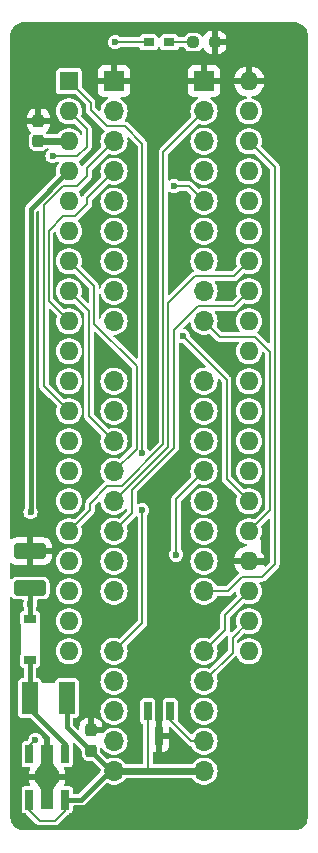
<source format=gbr>
G04 #@! TF.GenerationSoftware,KiCad,Pcbnew,8.0.4+dfsg-1*
G04 #@! TF.CreationDate,2025-02-28T19:43:57+09:00*
G04 #@! TF.ProjectId,bionic-f3850-dcdc,62696f6e-6963-42d6-9633-3835302d6463,7*
G04 #@! TF.SameCoordinates,Original*
G04 #@! TF.FileFunction,Copper,L1,Top*
G04 #@! TF.FilePolarity,Positive*
%FSLAX46Y46*%
G04 Gerber Fmt 4.6, Leading zero omitted, Abs format (unit mm)*
G04 Created by KiCad (PCBNEW 8.0.4+dfsg-1) date 2025-02-28 19:43:57*
%MOMM*%
%LPD*%
G01*
G04 APERTURE LIST*
G04 Aperture macros list*
%AMRoundRect*
0 Rectangle with rounded corners*
0 $1 Rounding radius*
0 $2 $3 $4 $5 $6 $7 $8 $9 X,Y pos of 4 corners*
0 Add a 4 corners polygon primitive as box body*
4,1,4,$2,$3,$4,$5,$6,$7,$8,$9,$2,$3,0*
0 Add four circle primitives for the rounded corners*
1,1,$1+$1,$2,$3*
1,1,$1+$1,$4,$5*
1,1,$1+$1,$6,$7*
1,1,$1+$1,$8,$9*
0 Add four rect primitives between the rounded corners*
20,1,$1+$1,$2,$3,$4,$5,0*
20,1,$1+$1,$4,$5,$6,$7,0*
20,1,$1+$1,$6,$7,$8,$9,0*
20,1,$1+$1,$8,$9,$2,$3,0*%
%AMFreePoly0*
4,1,13,0.500000,1.050000,1.000000,0.350000,1.000000,-0.450000,0.500000,-1.150000,0.500000,-2.750000,-0.500000,-2.750000,-0.500000,-1.150000,-1.000000,-0.450000,-1.000000,0.350000,-0.500000,1.050000,-0.500000,2.750000,0.500000,2.750000,0.500000,1.050000,0.500000,1.050000,$1*%
G04 Aperture macros list end*
G04 #@! TA.AperFunction,ComponentPad*
%ADD10R,1.700000X1.700000*%
G04 #@! TD*
G04 #@! TA.AperFunction,ComponentPad*
%ADD11O,1.700000X1.700000*%
G04 #@! TD*
G04 #@! TA.AperFunction,SMDPad,CuDef*
%ADD12R,1.041400X0.762000*%
G04 #@! TD*
G04 #@! TA.AperFunction,SMDPad,CuDef*
%ADD13RoundRect,0.250000X1.100000X-0.412500X1.100000X0.412500X-1.100000X0.412500X-1.100000X-0.412500X0*%
G04 #@! TD*
G04 #@! TA.AperFunction,SMDPad,CuDef*
%ADD14RoundRect,0.237500X0.237500X-0.300000X0.237500X0.300000X-0.237500X0.300000X-0.237500X-0.300000X0*%
G04 #@! TD*
G04 #@! TA.AperFunction,SMDPad,CuDef*
%ADD15R,0.965200X0.762000*%
G04 #@! TD*
G04 #@! TA.AperFunction,SMDPad,CuDef*
%ADD16RoundRect,0.237500X-0.250000X-0.237500X0.250000X-0.237500X0.250000X0.237500X-0.250000X0.237500X0*%
G04 #@! TD*
G04 #@! TA.AperFunction,SMDPad,CuDef*
%ADD17R,1.371600X2.743200*%
G04 #@! TD*
G04 #@! TA.AperFunction,SMDPad,CuDef*
%ADD18R,0.700000X1.600000*%
G04 #@! TD*
G04 #@! TA.AperFunction,SMDPad,CuDef*
%ADD19FreePoly0,180.000000*%
G04 #@! TD*
G04 #@! TA.AperFunction,SMDPad,CuDef*
%ADD20R,0.700000X1.700000*%
G04 #@! TD*
G04 #@! TA.AperFunction,ComponentPad*
%ADD21R,1.600000X1.600000*%
G04 #@! TD*
G04 #@! TA.AperFunction,ComponentPad*
%ADD22O,1.600000X1.600000*%
G04 #@! TD*
G04 #@! TA.AperFunction,SMDPad,CuDef*
%ADD23R,0.660400X1.625600*%
G04 #@! TD*
G04 #@! TA.AperFunction,ViaPad*
%ADD24C,0.600000*%
G04 #@! TD*
G04 #@! TA.AperFunction,Conductor*
%ADD25C,0.200000*%
G04 #@! TD*
G04 #@! TA.AperFunction,Conductor*
%ADD26C,0.400000*%
G04 #@! TD*
G04 #@! TA.AperFunction,Conductor*
%ADD27C,0.600000*%
G04 #@! TD*
G04 #@! TA.AperFunction,Conductor*
%ADD28C,0.800000*%
G04 #@! TD*
G04 APERTURE END LIST*
D10*
X109890000Y-75080000D03*
D11*
X109890000Y-77620000D03*
X109890000Y-80160000D03*
X109890000Y-82700000D03*
X109890000Y-85240000D03*
X109890000Y-87780000D03*
X109890000Y-90320000D03*
X109890000Y-92860000D03*
X109890000Y-95400000D03*
X109890000Y-100480000D03*
X109890000Y-103020000D03*
X109890000Y-105560000D03*
X109890000Y-108100000D03*
X109890000Y-110640000D03*
X109890000Y-113180000D03*
X109890000Y-115720000D03*
X109890000Y-118260000D03*
X109890000Y-123340000D03*
X109890000Y-125880000D03*
X109890000Y-128420000D03*
X109890000Y-130960000D03*
X109890000Y-133500000D03*
X117510000Y-133500000D03*
X117510000Y-130960000D03*
X117510000Y-128420000D03*
X117510000Y-125880000D03*
X117510000Y-123340000D03*
X117510000Y-118260000D03*
X117510000Y-115720000D03*
X117510000Y-113180000D03*
X117510000Y-110640000D03*
X117510000Y-108100000D03*
X117510000Y-105560000D03*
X117510000Y-103020000D03*
X117510000Y-100480000D03*
X117510000Y-95400000D03*
X117510000Y-92860000D03*
X117510000Y-90320000D03*
X117510000Y-87780000D03*
X117510000Y-85240000D03*
X117510000Y-82700000D03*
X117510000Y-80160000D03*
X117510000Y-77620000D03*
D10*
X117510000Y-75080000D03*
D12*
X102778000Y-120596800D03*
X102778000Y-124076600D03*
D13*
X102778000Y-117993700D03*
X102778000Y-114868700D03*
D14*
X103489200Y-80158900D03*
X103489200Y-78433900D03*
D15*
X114576300Y-71778000D03*
X112823700Y-71778000D03*
D16*
X116597500Y-71778000D03*
X118422500Y-71778000D03*
D14*
X107934200Y-131771700D03*
X107934200Y-130046700D03*
D17*
X105902200Y-127302400D03*
X102752600Y-127302400D03*
D18*
X105724400Y-132052200D03*
D19*
X104224400Y-134002200D03*
D18*
X102724400Y-132052200D03*
D20*
X102724400Y-135902200D03*
X105724400Y-135902200D03*
D21*
X106080000Y-75080000D03*
D22*
X106080000Y-77620000D03*
X106080000Y-80160000D03*
X106080000Y-82700000D03*
X106080000Y-85240000D03*
X106080000Y-87780000D03*
X106080000Y-90320000D03*
X106080000Y-92860000D03*
X106080000Y-95400000D03*
X106080000Y-97940000D03*
X106080000Y-100480000D03*
X106080000Y-103020000D03*
X106080000Y-105560000D03*
X106080000Y-108100000D03*
X106080000Y-110640000D03*
X106080000Y-113180000D03*
X106080000Y-115720000D03*
X106080000Y-118260000D03*
X106080000Y-120800000D03*
X106080000Y-123340000D03*
X121320000Y-123340000D03*
X121320000Y-120800000D03*
X121320000Y-118260000D03*
X121320000Y-115720000D03*
X121320000Y-113180000D03*
X121320000Y-110640000D03*
X121320000Y-108100000D03*
X121320000Y-105560000D03*
X121320000Y-103020000D03*
X121320000Y-100480000D03*
X121320000Y-97940000D03*
X121320000Y-95400000D03*
X121320000Y-92860000D03*
X121320000Y-90320000D03*
X121320000Y-87780000D03*
X121320000Y-85240000D03*
X121320000Y-82700000D03*
X121320000Y-80160000D03*
X121320000Y-77620000D03*
X121320000Y-75080000D03*
D23*
X114650001Y-128420000D03*
X112749999Y-128420000D03*
X113700000Y-130552000D03*
D24*
X108874000Y-98321000D03*
X109991600Y-71778000D03*
X105013200Y-96619200D03*
X108874000Y-89050000D03*
X103540000Y-72032000D03*
X103489200Y-76654800D03*
X124926800Y-100480000D03*
X121853400Y-133474600D03*
X102270000Y-133982600D03*
X102816000Y-83970000D03*
X114462000Y-123365400D03*
X106232400Y-133982600D03*
X113141200Y-89989800D03*
X103540000Y-81557000D03*
X113700000Y-132230000D03*
X114970000Y-119403000D03*
X112988800Y-98956000D03*
X103702000Y-113129200D03*
X102816000Y-111579800D03*
X102778000Y-119326800D03*
X103235200Y-130883800D03*
X114970000Y-83970000D03*
X115732000Y-96670000D03*
X112277600Y-106576000D03*
X112277600Y-111402000D03*
X115147800Y-115161200D03*
X104683000Y-81430000D03*
D25*
X117510000Y-118260000D02*
X119542000Y-118260000D01*
X120748500Y-117053500D02*
X122399500Y-117053500D01*
X123498000Y-115955000D02*
X123498000Y-82338000D01*
X119542000Y-118260000D02*
X120748500Y-117053500D01*
X122399500Y-117053500D02*
X123498000Y-115955000D01*
X123498000Y-82338000D02*
X121320000Y-80160000D01*
X121320000Y-120800000D02*
X119923000Y-122197000D01*
X119923000Y-122197000D02*
X119923000Y-123467000D01*
X119923000Y-123467000D02*
X117510000Y-125880000D01*
X117510000Y-123340000D02*
X119288000Y-121562000D01*
X119288000Y-121562000D02*
X119288000Y-120292000D01*
X119288000Y-120292000D02*
X121320000Y-118260000D01*
X109890000Y-123340000D02*
X112277600Y-120952400D01*
X112277600Y-120952400D02*
X112277600Y-111402000D01*
X106080000Y-90320000D02*
X108181800Y-92421800D01*
X108181800Y-95596800D02*
X111795000Y-99210000D01*
X111795000Y-106195000D02*
X109890000Y-108100000D01*
X108181800Y-92421800D02*
X108181800Y-95596800D01*
X111795000Y-99210000D02*
X111795000Y-106195000D01*
X115732000Y-96670000D02*
X119415000Y-100353000D01*
X119415000Y-100353000D02*
X119415000Y-108735000D01*
X119415000Y-108735000D02*
X121320000Y-110640000D01*
X112925300Y-71778000D02*
X109991600Y-71778000D01*
D26*
X109890000Y-133500000D02*
X109636000Y-133500000D01*
X109534400Y-133500000D02*
X107132200Y-135902200D01*
D25*
X103616200Y-137691000D02*
X104911600Y-137691000D01*
D27*
X117510000Y-133500000D02*
X109890000Y-133500000D01*
D25*
X112749999Y-133484801D02*
X112734800Y-133500000D01*
X105724400Y-136878200D02*
X105724400Y-135902200D01*
D26*
X109636000Y-133500000D02*
X105902200Y-129766200D01*
X105902200Y-129766200D02*
X105902200Y-127302400D01*
X109890000Y-133500000D02*
X109534400Y-133500000D01*
D25*
X109991600Y-71778000D02*
X109940800Y-71778000D01*
X104911600Y-137691000D02*
X105724400Y-136878200D01*
D27*
X103489200Y-80158900D02*
X106078900Y-80158900D01*
D28*
X106078900Y-80158900D02*
X106080000Y-80160000D01*
D25*
X112749999Y-128420000D02*
X112749999Y-133484801D01*
D26*
X107132200Y-135902200D02*
X105724400Y-135902200D01*
D25*
X102724400Y-136799200D02*
X103616200Y-137691000D01*
X102724400Y-135902200D02*
X102724400Y-136799200D01*
D27*
X121320000Y-115720000D02*
X122717000Y-115720000D01*
D26*
X102816000Y-111579800D02*
X102816000Y-85913200D01*
X102816000Y-85913200D02*
X106029200Y-82700000D01*
X102778000Y-120596800D02*
X102778000Y-117993700D01*
X106029200Y-82700000D02*
X106080000Y-82700000D01*
D25*
X121320000Y-113180000D02*
X123098000Y-111402000D01*
X123098000Y-97990800D02*
X121828000Y-96720800D01*
X123098000Y-111402000D02*
X123098000Y-97990800D01*
X121828000Y-96720800D02*
X118830800Y-96720800D01*
X118830800Y-96720800D02*
X117510000Y-95400000D01*
X103235200Y-130883800D02*
X102724400Y-131394600D01*
X102724400Y-131394600D02*
X102724400Y-132052200D01*
X116240000Y-83970000D02*
X117510000Y-85240000D01*
X114970000Y-83970000D02*
X116240000Y-83970000D01*
X114062000Y-81068000D02*
X114062000Y-105833000D01*
X109330827Y-109370000D02*
X107858000Y-110842827D01*
X107858000Y-110842827D02*
X107858000Y-111402000D01*
X114062000Y-105833000D02*
X110525000Y-109370000D01*
X107858000Y-111402000D02*
X106080000Y-113180000D01*
X110525000Y-109370000D02*
X109330827Y-109370000D01*
X117510000Y-77620000D02*
X114062000Y-81068000D01*
X121320000Y-90320000D02*
X120050000Y-91590000D01*
X114462000Y-106068000D02*
X109890000Y-110640000D01*
X116748000Y-91590000D02*
X114462000Y-93876000D01*
X114462000Y-93876000D02*
X114462000Y-106068000D01*
X120050000Y-91590000D02*
X116748000Y-91590000D01*
X111414000Y-111656000D02*
X109890000Y-113180000D01*
X114970000Y-106125686D02*
X111414000Y-109681686D01*
X121320000Y-93457300D02*
X121320000Y-92860000D01*
X111414000Y-109681686D02*
X111414000Y-111656000D01*
X117002000Y-94130000D02*
X114970000Y-96162000D01*
X120050000Y-94130000D02*
X117002000Y-94130000D01*
X121320000Y-92860000D02*
X120050000Y-94130000D01*
X114970000Y-96162000D02*
X114970000Y-106125686D01*
X109890000Y-82700000D02*
X107629400Y-84960600D01*
X106588000Y-86510000D02*
X105572000Y-86510000D01*
X104352800Y-87729200D02*
X104352800Y-93672800D01*
X104352800Y-93672800D02*
X106080000Y-95400000D01*
X105572000Y-86510000D02*
X104352800Y-87729200D01*
X107629400Y-84960600D02*
X107629400Y-85468600D01*
X107629400Y-85468600D02*
X106588000Y-86510000D01*
X106080000Y-103020000D02*
X103952800Y-100892800D01*
X106778500Y-83970000D02*
X107604000Y-83144500D01*
X103952800Y-85589200D02*
X105572000Y-83970000D01*
X107604000Y-83144500D02*
X107604000Y-82446000D01*
X107604000Y-82446000D02*
X109890000Y-80160000D01*
X105572000Y-83970000D02*
X106778500Y-83970000D01*
X103952800Y-100892800D02*
X103952800Y-85589200D01*
X107781800Y-94561800D02*
X107781800Y-103451800D01*
X106080000Y-92860000D02*
X107781800Y-94561800D01*
X107781800Y-103451800D02*
X109890000Y-105560000D01*
X109293654Y-78890000D02*
X107908800Y-77505146D01*
X107908800Y-76908800D02*
X106080000Y-75080000D01*
X112277600Y-106576000D02*
X112277600Y-80363200D01*
X110804400Y-78890000D02*
X109293654Y-78890000D01*
X112277600Y-80363200D02*
X110804400Y-78890000D01*
X107908800Y-77505146D02*
X107908800Y-76908800D01*
X115147800Y-110462200D02*
X117510000Y-108100000D01*
X115147800Y-115161200D02*
X115147800Y-110462200D01*
X107604000Y-80617200D02*
X107604000Y-79144000D01*
X106791200Y-81430000D02*
X107604000Y-80617200D01*
X104683000Y-81430000D02*
X106791200Y-81430000D01*
X107604000Y-79144000D02*
X106080000Y-77620000D01*
X116443200Y-130960000D02*
X117510000Y-130960000D01*
X114650001Y-129166801D02*
X116443200Y-130960000D01*
X114650001Y-128420000D02*
X114650001Y-129166801D01*
X114474700Y-71778000D02*
X116597500Y-71778000D01*
D26*
X102778000Y-128242200D02*
X102778000Y-124076600D01*
X105724400Y-131188600D02*
X102778000Y-128242200D01*
X105724400Y-132052200D02*
X105724400Y-131188600D01*
G04 #@! TA.AperFunction,Conductor*
G36*
X123043445Y-112119690D02*
G01*
X123086710Y-112162955D01*
X123097500Y-112207900D01*
X123097500Y-115748099D01*
X123078593Y-115806290D01*
X123068503Y-115818103D01*
X122743829Y-116142776D01*
X122689313Y-116170553D01*
X122628881Y-116160982D01*
X122585616Y-116117717D01*
X122576045Y-116057285D01*
X122578200Y-116047148D01*
X122598872Y-115970000D01*
X122435000Y-115970000D01*
X122376809Y-115951093D01*
X122340845Y-115901593D01*
X122336000Y-115871000D01*
X122336000Y-115569000D01*
X122354907Y-115510809D01*
X122404407Y-115474845D01*
X122435000Y-115470000D01*
X122598872Y-115470000D01*
X122546266Y-115273676D01*
X122450134Y-115067518D01*
X122353904Y-114930086D01*
X122336000Y-114873302D01*
X122336000Y-113942000D01*
X122298990Y-113930794D01*
X122248776Y-113895835D01*
X122228700Y-113838037D01*
X122246431Y-113779477D01*
X122248652Y-113776414D01*
X122259673Y-113761821D01*
X122350582Y-113579250D01*
X122406397Y-113383083D01*
X122425215Y-113180000D01*
X122406397Y-112976917D01*
X122352118Y-112786148D01*
X122354379Y-112725010D01*
X122377333Y-112689058D01*
X122928496Y-112137896D01*
X122983013Y-112110119D01*
X123043445Y-112119690D01*
G37*
G04 #@! TD.AperFunction*
G04 #@! TA.AperFunction,Conductor*
G36*
X121787191Y-115488907D02*
G01*
X121823155Y-115538407D01*
X121828000Y-115569000D01*
X121828000Y-115871000D01*
X121809093Y-115929191D01*
X121759593Y-115965155D01*
X121729000Y-115970000D01*
X121635686Y-115970000D01*
X121640080Y-115965606D01*
X121692741Y-115874394D01*
X121720000Y-115772661D01*
X121720000Y-115667339D01*
X121692741Y-115565606D01*
X121640080Y-115474394D01*
X121635686Y-115470000D01*
X121729000Y-115470000D01*
X121787191Y-115488907D01*
G37*
G04 #@! TD.AperFunction*
G04 #@! TA.AperFunction,Conductor*
G36*
X125133875Y-70075805D02*
G01*
X125309097Y-70089594D01*
X125324430Y-70092023D01*
X125491550Y-70132145D01*
X125506317Y-70136943D01*
X125665104Y-70202715D01*
X125678926Y-70209758D01*
X125825469Y-70299560D01*
X125838032Y-70308688D01*
X125968717Y-70420303D01*
X125979699Y-70431285D01*
X126091311Y-70561967D01*
X126100440Y-70574532D01*
X126190238Y-70721068D01*
X126197287Y-70734902D01*
X126263054Y-70893678D01*
X126267855Y-70908453D01*
X126307975Y-71075564D01*
X126310405Y-71090907D01*
X126318437Y-71192956D01*
X126323198Y-71253462D01*
X126324195Y-71266123D01*
X126324500Y-71273891D01*
X126324500Y-137306108D01*
X126324195Y-137313876D01*
X126310405Y-137489092D01*
X126307975Y-137504435D01*
X126267855Y-137671546D01*
X126263054Y-137686321D01*
X126197287Y-137845097D01*
X126190234Y-137858939D01*
X126100442Y-138005465D01*
X126091311Y-138018032D01*
X125979699Y-138148714D01*
X125968714Y-138159699D01*
X125838032Y-138271311D01*
X125825465Y-138280442D01*
X125678939Y-138370234D01*
X125665097Y-138377287D01*
X125506321Y-138443054D01*
X125491546Y-138447855D01*
X125324435Y-138487975D01*
X125309092Y-138490405D01*
X125149743Y-138502946D01*
X125133874Y-138504195D01*
X125126108Y-138504500D01*
X102273892Y-138504500D01*
X102266125Y-138504195D01*
X102247014Y-138502691D01*
X102090907Y-138490405D01*
X102075564Y-138487975D01*
X101908453Y-138447855D01*
X101893678Y-138443054D01*
X101734902Y-138377287D01*
X101721068Y-138370238D01*
X101574532Y-138280440D01*
X101561967Y-138271311D01*
X101462706Y-138186535D01*
X101431282Y-138159696D01*
X101420303Y-138148717D01*
X101308688Y-138018032D01*
X101299560Y-138005469D01*
X101209758Y-137858926D01*
X101202715Y-137845104D01*
X101136943Y-137686317D01*
X101132144Y-137671546D01*
X101092024Y-137504435D01*
X101089594Y-137489097D01*
X101075805Y-137313875D01*
X101075500Y-137306108D01*
X101075500Y-131207330D01*
X102073900Y-131207330D01*
X102073900Y-132897060D01*
X102073901Y-132897063D01*
X102076814Y-132922190D01*
X102102156Y-132979585D01*
X102122194Y-133024965D01*
X102201635Y-133104406D01*
X102304409Y-133149785D01*
X102329535Y-133152700D01*
X102703280Y-133152699D01*
X102761470Y-133171606D01*
X102797434Y-133221106D01*
X102797434Y-133282291D01*
X102793333Y-133292824D01*
X102739856Y-133409924D01*
X102739854Y-133409930D01*
X102719400Y-133552194D01*
X102719400Y-133752199D01*
X102719401Y-133752200D01*
X103974399Y-133752200D01*
X103974400Y-133752199D01*
X103974400Y-130747201D01*
X103974399Y-130747200D01*
X103894745Y-130747200D01*
X103836554Y-130728293D01*
X103803281Y-130686085D01*
X103759737Y-130580961D01*
X103759737Y-130580960D01*
X103663486Y-130455523D01*
X103663485Y-130455522D01*
X103663482Y-130455518D01*
X103663477Y-130455514D01*
X103663476Y-130455513D01*
X103538038Y-130359262D01*
X103391966Y-130298757D01*
X103391958Y-130298755D01*
X103235201Y-130278118D01*
X103235199Y-130278118D01*
X103078441Y-130298755D01*
X103078433Y-130298757D01*
X102932361Y-130359262D01*
X102932360Y-130359262D01*
X102806923Y-130455513D01*
X102806913Y-130455523D01*
X102710662Y-130580960D01*
X102710662Y-130580961D01*
X102650157Y-130727033D01*
X102650155Y-130727041D01*
X102631911Y-130865622D01*
X102605570Y-130920847D01*
X102551799Y-130950042D01*
X102533758Y-130951700D01*
X102329540Y-130951700D01*
X102329535Y-130951701D01*
X102304409Y-130954614D01*
X102201635Y-130999994D01*
X102122194Y-131079435D01*
X102076814Y-131182211D01*
X102073900Y-131207330D01*
X101075500Y-131207330D01*
X101075500Y-118817146D01*
X101094407Y-118758955D01*
X101143907Y-118722991D01*
X101205093Y-118722991D01*
X101253383Y-118757326D01*
X101285078Y-118799122D01*
X101405658Y-118890561D01*
X101405659Y-118890561D01*
X101405660Y-118890562D01*
X101476047Y-118918319D01*
X101546436Y-118946077D01*
X101634898Y-118956700D01*
X102133160Y-118956700D01*
X102191351Y-118975607D01*
X102227315Y-119025107D01*
X102227315Y-119086293D01*
X102224624Y-119093586D01*
X102192956Y-119170036D01*
X102192955Y-119170041D01*
X102172318Y-119326799D01*
X102172318Y-119326800D01*
X102192955Y-119483558D01*
X102192957Y-119483566D01*
X102253462Y-119629638D01*
X102253463Y-119629639D01*
X102253464Y-119629641D01*
X102257040Y-119634301D01*
X102277466Y-119691976D01*
X102277500Y-119694571D01*
X102277500Y-119819573D01*
X102258593Y-119877764D01*
X102209093Y-119913728D01*
X102189905Y-119917913D01*
X102189757Y-119917931D01*
X102187309Y-119918214D01*
X102084535Y-119963594D01*
X102005094Y-120043035D01*
X101959714Y-120145811D01*
X101956800Y-120170930D01*
X101956800Y-121022660D01*
X101956801Y-121022663D01*
X101959714Y-121047790D01*
X101966356Y-121062831D01*
X101969464Y-121069871D01*
X101969465Y-121069872D01*
X101977900Y-121109860D01*
X101977900Y-123563539D01*
X101969465Y-123603527D01*
X101959715Y-123625607D01*
X101959714Y-123625610D01*
X101956800Y-123650730D01*
X101956800Y-124502460D01*
X101956801Y-124502463D01*
X101959714Y-124527590D01*
X101985056Y-124584985D01*
X102005094Y-124630365D01*
X102084535Y-124709806D01*
X102187309Y-124755185D01*
X102189903Y-124755485D01*
X102192078Y-124756482D01*
X102194495Y-124757140D01*
X102194386Y-124757539D01*
X102245527Y-124780968D01*
X102275551Y-124834280D01*
X102277500Y-124853826D01*
X102277500Y-125531300D01*
X102258593Y-125589491D01*
X102209093Y-125625455D01*
X102178501Y-125630300D01*
X102021940Y-125630300D01*
X102021935Y-125630301D01*
X101996809Y-125633214D01*
X101894035Y-125678594D01*
X101814594Y-125758035D01*
X101769214Y-125860811D01*
X101766300Y-125885930D01*
X101766300Y-128718860D01*
X101766301Y-128718863D01*
X101769214Y-128743990D01*
X101779288Y-128766804D01*
X101814594Y-128846765D01*
X101894035Y-128926206D01*
X101996809Y-128971585D01*
X102021935Y-128974500D01*
X102761477Y-128974499D01*
X102819668Y-128993406D01*
X102831481Y-129003495D01*
X104454789Y-130626803D01*
X104482566Y-130681320D01*
X104474400Y-130732880D01*
X104474400Y-133752199D01*
X104474401Y-133752200D01*
X105729399Y-133752200D01*
X105729400Y-133752199D01*
X105729400Y-133552187D01*
X105728793Y-133527440D01*
X105728793Y-133527436D01*
X105701385Y-133386338D01*
X105655262Y-133297191D01*
X105645315Y-133236820D01*
X105672754Y-133182132D01*
X105727097Y-133154016D01*
X105743185Y-133152699D01*
X106119264Y-133152699D01*
X106144391Y-133149785D01*
X106247165Y-133104406D01*
X106326606Y-133024965D01*
X106371985Y-132922191D01*
X106374900Y-132897065D01*
X106374899Y-131207336D01*
X106373473Y-131195042D01*
X106385548Y-131135062D01*
X106430574Y-131093633D01*
X106491351Y-131086582D01*
X106541817Y-131113631D01*
X107129705Y-131701519D01*
X107157481Y-131756034D01*
X107158700Y-131771521D01*
X107158700Y-132113820D01*
X107169083Y-132200279D01*
X107223338Y-132337858D01*
X107312700Y-132455700D01*
X107430542Y-132545062D01*
X107568123Y-132599317D01*
X107654582Y-132609700D01*
X107996878Y-132609700D01*
X108055069Y-132628607D01*
X108066882Y-132638696D01*
X108718127Y-133289941D01*
X108745904Y-133344458D01*
X108746701Y-133369080D01*
X108734571Y-133499973D01*
X108734571Y-133500026D01*
X108738084Y-133537935D01*
X108724627Y-133597622D01*
X108709510Y-133617074D01*
X106953882Y-135372704D01*
X106899365Y-135400481D01*
X106883878Y-135401700D01*
X106473899Y-135401700D01*
X106415708Y-135382793D01*
X106379744Y-135333293D01*
X106374899Y-135302700D01*
X106374899Y-135007339D01*
X106374899Y-135007336D01*
X106371985Y-134982209D01*
X106326606Y-134879435D01*
X106247165Y-134799994D01*
X106144391Y-134754615D01*
X106144390Y-134754614D01*
X106144388Y-134754614D01*
X106119269Y-134751700D01*
X105745520Y-134751700D01*
X105687329Y-134732793D01*
X105651365Y-134683293D01*
X105651365Y-134622107D01*
X105655466Y-134611574D01*
X105708944Y-134494472D01*
X105708945Y-134494469D01*
X105729400Y-134352205D01*
X105729400Y-134252201D01*
X105729399Y-134252200D01*
X102719401Y-134252200D01*
X102719400Y-134252201D01*
X102719400Y-134352212D01*
X102720006Y-134376959D01*
X102720006Y-134376963D01*
X102747414Y-134518061D01*
X102793537Y-134607208D01*
X102803483Y-134667579D01*
X102776045Y-134722267D01*
X102721702Y-134750383D01*
X102705608Y-134751700D01*
X102329539Y-134751700D01*
X102329536Y-134751701D01*
X102304409Y-134754614D01*
X102201635Y-134799994D01*
X102122194Y-134879435D01*
X102076814Y-134982211D01*
X102073900Y-135007330D01*
X102073900Y-136797060D01*
X102073901Y-136797063D01*
X102076814Y-136822190D01*
X102094642Y-136862565D01*
X102122194Y-136924965D01*
X102201635Y-137004406D01*
X102304409Y-137049785D01*
X102329535Y-137052700D01*
X102370497Y-137052699D01*
X102428687Y-137071605D01*
X102440502Y-137081695D01*
X102983880Y-137625072D01*
X103295718Y-137936910D01*
X103295720Y-137936913D01*
X103370287Y-138011480D01*
X103400729Y-138029055D01*
X103461609Y-138064205D01*
X103461613Y-138064207D01*
X103563470Y-138091500D01*
X103563472Y-138091501D01*
X103563473Y-138091501D01*
X103674990Y-138091501D01*
X103675006Y-138091500D01*
X104964325Y-138091500D01*
X104964327Y-138091500D01*
X105066188Y-138064207D01*
X105066190Y-138064205D01*
X105066192Y-138064205D01*
X105157508Y-138011483D01*
X105157508Y-138011482D01*
X105157513Y-138011480D01*
X105970310Y-137198681D01*
X105970313Y-137198680D01*
X106044880Y-137124113D01*
X106058844Y-137099926D01*
X106104312Y-137058986D01*
X106133177Y-137051085D01*
X106144391Y-137049785D01*
X106247165Y-137004406D01*
X106326606Y-136924965D01*
X106371985Y-136822191D01*
X106374900Y-136797065D01*
X106374900Y-136501700D01*
X106393807Y-136443509D01*
X106443307Y-136407545D01*
X106473900Y-136402700D01*
X107198090Y-136402700D01*
X107198092Y-136402700D01*
X107325386Y-136368592D01*
X107325388Y-136368590D01*
X107325390Y-136368590D01*
X107439509Y-136302703D01*
X107439509Y-136302702D01*
X107439514Y-136302700D01*
X109216354Y-134525858D01*
X109270869Y-134498083D01*
X109331301Y-134507654D01*
X109338467Y-134511689D01*
X109374981Y-134534298D01*
X109573802Y-134611321D01*
X109783390Y-134650500D01*
X109996610Y-134650500D01*
X110206198Y-134611321D01*
X110405019Y-134534298D01*
X110586302Y-134422052D01*
X110743872Y-134278407D01*
X110848515Y-134139838D01*
X110898671Y-134104796D01*
X110927518Y-134100500D01*
X116472482Y-134100500D01*
X116530673Y-134119407D01*
X116551483Y-134139836D01*
X116656128Y-134278407D01*
X116656135Y-134278413D01*
X116813692Y-134422047D01*
X116813699Y-134422053D01*
X116891802Y-134470412D01*
X116994981Y-134534298D01*
X117193802Y-134611321D01*
X117403390Y-134650500D01*
X117616610Y-134650500D01*
X117826198Y-134611321D01*
X118025019Y-134534298D01*
X118206302Y-134422052D01*
X118363872Y-134278407D01*
X118492366Y-134108255D01*
X118587405Y-133917389D01*
X118645756Y-133712310D01*
X118665429Y-133500000D01*
X118645756Y-133287690D01*
X118587405Y-133082611D01*
X118492366Y-132891745D01*
X118363872Y-132721593D01*
X118229743Y-132599317D01*
X118206307Y-132577952D01*
X118206300Y-132577946D01*
X118025024Y-132465705D01*
X118025019Y-132465702D01*
X117999190Y-132455696D01*
X117826198Y-132388679D01*
X117826197Y-132388678D01*
X117826195Y-132388678D01*
X117616610Y-132349500D01*
X117403390Y-132349500D01*
X117193804Y-132388678D01*
X116994980Y-132465702D01*
X116994975Y-132465705D01*
X116813699Y-132577946D01*
X116813692Y-132577952D01*
X116656135Y-132721586D01*
X116656131Y-132721589D01*
X116656128Y-132721593D01*
X116551484Y-132860161D01*
X116501329Y-132895204D01*
X116472482Y-132899500D01*
X113249499Y-132899500D01*
X113191308Y-132880593D01*
X113155344Y-132831093D01*
X113150499Y-132800500D01*
X113150499Y-131956579D01*
X113169406Y-131898388D01*
X113218906Y-131862424D01*
X113260081Y-131858146D01*
X113321976Y-131864800D01*
X113449999Y-131864800D01*
X113450000Y-131864799D01*
X113450000Y-130802001D01*
X113950000Y-130802001D01*
X113950000Y-131864799D01*
X113950001Y-131864800D01*
X114078024Y-131864800D01*
X114137570Y-131858398D01*
X114137581Y-131858396D01*
X114272288Y-131808153D01*
X114272290Y-131808152D01*
X114387384Y-131721992D01*
X114387392Y-131721984D01*
X114473552Y-131606890D01*
X114473553Y-131606888D01*
X114523796Y-131472181D01*
X114523798Y-131472170D01*
X114530200Y-131412624D01*
X114530200Y-130802001D01*
X114530199Y-130802000D01*
X113950001Y-130802000D01*
X113950000Y-130802001D01*
X113450000Y-130802001D01*
X113450000Y-129239201D01*
X113950000Y-129239201D01*
X113950000Y-130301999D01*
X113950001Y-130302000D01*
X114530199Y-130302000D01*
X114530200Y-130301999D01*
X114530200Y-129852401D01*
X114549107Y-129794210D01*
X114598607Y-129758246D01*
X114659793Y-129758246D01*
X114699204Y-129782397D01*
X116122720Y-131205913D01*
X116122719Y-131205913D01*
X116162721Y-131245914D01*
X116197287Y-131280480D01*
X116288613Y-131333207D01*
X116386270Y-131359373D01*
X116437583Y-131392697D01*
X116449267Y-131410872D01*
X116510318Y-131533480D01*
X116527634Y-131568255D01*
X116656128Y-131738407D01*
X116656135Y-131738413D01*
X116813692Y-131882047D01*
X116813699Y-131882053D01*
X116834419Y-131894882D01*
X116994981Y-131994298D01*
X117193802Y-132071321D01*
X117403390Y-132110500D01*
X117616610Y-132110500D01*
X117826198Y-132071321D01*
X118025019Y-131994298D01*
X118206302Y-131882052D01*
X118363872Y-131738407D01*
X118492366Y-131568255D01*
X118587405Y-131377389D01*
X118645756Y-131172310D01*
X118665429Y-130960000D01*
X118645756Y-130747690D01*
X118587405Y-130542611D01*
X118492366Y-130351745D01*
X118363872Y-130181593D01*
X118214049Y-130045010D01*
X118206307Y-130037952D01*
X118206300Y-130037946D01*
X118025024Y-129925705D01*
X118025019Y-129925702D01*
X117897698Y-129876378D01*
X117826198Y-129848679D01*
X117826197Y-129848678D01*
X117826195Y-129848678D01*
X117616610Y-129809500D01*
X117403390Y-129809500D01*
X117193804Y-129848678D01*
X116994980Y-129925702D01*
X116994975Y-129925705D01*
X116813699Y-130037946D01*
X116813692Y-130037952D01*
X116656135Y-130181586D01*
X116656119Y-130181603D01*
X116541855Y-130332912D01*
X116491699Y-130367955D01*
X116430524Y-130366824D01*
X116392848Y-130343255D01*
X115309696Y-129260103D01*
X115281919Y-129205586D01*
X115280700Y-129190099D01*
X115280700Y-128420000D01*
X116354571Y-128420000D01*
X116374244Y-128632310D01*
X116432595Y-128837389D01*
X116527634Y-129028255D01*
X116656128Y-129198407D01*
X116656135Y-129198413D01*
X116813692Y-129342047D01*
X116813699Y-129342053D01*
X116916273Y-129405564D01*
X116994981Y-129454298D01*
X117193802Y-129531321D01*
X117403390Y-129570500D01*
X117616610Y-129570500D01*
X117826198Y-129531321D01*
X118025019Y-129454298D01*
X118206302Y-129342052D01*
X118363872Y-129198407D01*
X118492366Y-129028255D01*
X118587405Y-128837389D01*
X118645756Y-128632310D01*
X118665429Y-128420000D01*
X118645756Y-128207690D01*
X118587405Y-128002611D01*
X118492366Y-127811745D01*
X118363872Y-127641593D01*
X118276931Y-127562335D01*
X118206307Y-127497952D01*
X118206300Y-127497946D01*
X118025024Y-127385705D01*
X118025019Y-127385702D01*
X117828614Y-127309615D01*
X117826198Y-127308679D01*
X117826197Y-127308678D01*
X117826195Y-127308678D01*
X117616610Y-127269500D01*
X117403390Y-127269500D01*
X117193804Y-127308678D01*
X116994980Y-127385702D01*
X116994975Y-127385705D01*
X116813699Y-127497946D01*
X116813692Y-127497952D01*
X116656135Y-127641586D01*
X116656131Y-127641589D01*
X116656128Y-127641593D01*
X116656125Y-127641597D01*
X116527635Y-127811743D01*
X116527630Y-127811752D01*
X116432596Y-128002608D01*
X116374244Y-128207688D01*
X116374244Y-128207690D01*
X116354571Y-128420000D01*
X115280700Y-128420000D01*
X115280700Y-127562339D01*
X115280700Y-127562336D01*
X115277786Y-127537209D01*
X115232407Y-127434435D01*
X115152966Y-127354994D01*
X115050192Y-127309615D01*
X115050191Y-127309614D01*
X115050189Y-127309614D01*
X115025069Y-127306700D01*
X114274940Y-127306700D01*
X114274937Y-127306701D01*
X114249810Y-127309614D01*
X114147036Y-127354994D01*
X114067595Y-127434435D01*
X114022215Y-127537211D01*
X114019301Y-127562330D01*
X114019301Y-127562332D01*
X114019302Y-129140200D01*
X114000395Y-129198391D01*
X113965343Y-129223857D01*
X113950000Y-129239201D01*
X113450000Y-129239201D01*
X113435704Y-129224905D01*
X113421508Y-129220293D01*
X113385544Y-129170793D01*
X113380699Y-129140200D01*
X113380698Y-127562339D01*
X113380698Y-127562336D01*
X113377784Y-127537209D01*
X113332405Y-127434435D01*
X113252964Y-127354994D01*
X113150190Y-127309615D01*
X113150189Y-127309614D01*
X113150187Y-127309614D01*
X113125067Y-127306700D01*
X112374938Y-127306700D01*
X112374935Y-127306701D01*
X112349808Y-127309614D01*
X112247034Y-127354994D01*
X112167593Y-127434435D01*
X112122213Y-127537211D01*
X112119299Y-127562330D01*
X112119299Y-129277660D01*
X112119300Y-129277663D01*
X112122213Y-129302790D01*
X112139547Y-129342047D01*
X112167593Y-129405565D01*
X112247034Y-129485006D01*
X112290487Y-129504192D01*
X112336082Y-129544991D01*
X112349499Y-129594756D01*
X112349499Y-132800500D01*
X112330592Y-132858691D01*
X112281092Y-132894655D01*
X112250499Y-132899500D01*
X110927518Y-132899500D01*
X110869327Y-132880593D01*
X110848516Y-132860163D01*
X110743872Y-132721593D01*
X110609743Y-132599317D01*
X110586307Y-132577952D01*
X110586300Y-132577946D01*
X110405024Y-132465705D01*
X110405019Y-132465702D01*
X110379190Y-132455696D01*
X110206198Y-132388679D01*
X110206197Y-132388678D01*
X110206195Y-132388678D01*
X109996610Y-132349500D01*
X109783390Y-132349500D01*
X109573802Y-132388678D01*
X109387947Y-132460678D01*
X109326856Y-132464068D01*
X109282181Y-132438367D01*
X108738696Y-131894882D01*
X108710919Y-131840365D01*
X108709700Y-131824878D01*
X108709700Y-131591671D01*
X108728607Y-131533480D01*
X108778107Y-131497516D01*
X108839293Y-131497516D01*
X108888793Y-131533480D01*
X108897317Y-131547537D01*
X108907634Y-131568255D01*
X109036128Y-131738407D01*
X109036135Y-131738413D01*
X109193692Y-131882047D01*
X109193699Y-131882053D01*
X109214419Y-131894882D01*
X109374981Y-131994298D01*
X109573802Y-132071321D01*
X109783390Y-132110500D01*
X109996610Y-132110500D01*
X110206198Y-132071321D01*
X110405019Y-131994298D01*
X110586302Y-131882052D01*
X110743872Y-131738407D01*
X110872366Y-131568255D01*
X110967405Y-131377389D01*
X111025756Y-131172310D01*
X111045429Y-130960000D01*
X111025756Y-130747690D01*
X110967405Y-130542611D01*
X110872366Y-130351745D01*
X110743872Y-130181593D01*
X110594049Y-130045010D01*
X110586307Y-130037952D01*
X110586300Y-130037946D01*
X110405024Y-129925705D01*
X110405019Y-129925702D01*
X110277698Y-129876378D01*
X110206198Y-129848679D01*
X110206197Y-129848678D01*
X110206195Y-129848678D01*
X109996610Y-129809500D01*
X109783390Y-129809500D01*
X109573804Y-129848678D01*
X109374980Y-129925702D01*
X109374975Y-129925705D01*
X109193699Y-130037946D01*
X109193692Y-130037952D01*
X109036135Y-130181586D01*
X109036132Y-130181589D01*
X109036128Y-130181593D01*
X109036125Y-130181597D01*
X109036119Y-130181604D01*
X108978909Y-130257361D01*
X108928753Y-130292404D01*
X108899906Y-130296700D01*
X107783200Y-130296700D01*
X107725009Y-130277793D01*
X107689045Y-130228293D01*
X107684200Y-130197700D01*
X107684200Y-129009201D01*
X108184200Y-129009201D01*
X108184200Y-129796699D01*
X108184201Y-129796700D01*
X108909198Y-129796700D01*
X108909199Y-129796699D01*
X108909199Y-129697545D01*
X108898882Y-129596557D01*
X108898879Y-129596545D01*
X108844651Y-129432893D01*
X108754146Y-129286164D01*
X108632235Y-129164253D01*
X108485506Y-129073748D01*
X108321848Y-129019518D01*
X108220855Y-129009200D01*
X108184201Y-129009200D01*
X108184200Y-129009201D01*
X107684200Y-129009201D01*
X107684200Y-129009200D01*
X107647557Y-129009200D01*
X107647551Y-129009201D01*
X107546557Y-129019517D01*
X107546545Y-129019520D01*
X107382893Y-129073748D01*
X107236164Y-129164253D01*
X107114253Y-129286164D01*
X107023748Y-129432893D01*
X106969518Y-129596551D01*
X106959200Y-129697544D01*
X106959200Y-129876378D01*
X106940293Y-129934569D01*
X106890793Y-129970533D01*
X106829607Y-129970533D01*
X106790196Y-129946382D01*
X106431696Y-129587882D01*
X106403919Y-129533365D01*
X106402700Y-129517878D01*
X106402700Y-129073499D01*
X106421607Y-129015308D01*
X106471107Y-128979344D01*
X106501700Y-128974499D01*
X106632861Y-128974499D01*
X106632864Y-128974499D01*
X106657991Y-128971585D01*
X106760765Y-128926206D01*
X106840206Y-128846765D01*
X106885585Y-128743991D01*
X106888500Y-128718865D01*
X106888500Y-128420000D01*
X108734571Y-128420000D01*
X108754244Y-128632310D01*
X108812595Y-128837389D01*
X108907634Y-129028255D01*
X109036128Y-129198407D01*
X109036135Y-129198413D01*
X109193692Y-129342047D01*
X109193699Y-129342053D01*
X109296273Y-129405564D01*
X109374981Y-129454298D01*
X109573802Y-129531321D01*
X109783390Y-129570500D01*
X109996610Y-129570500D01*
X110206198Y-129531321D01*
X110405019Y-129454298D01*
X110586302Y-129342052D01*
X110743872Y-129198407D01*
X110872366Y-129028255D01*
X110967405Y-128837389D01*
X111025756Y-128632310D01*
X111045429Y-128420000D01*
X111025756Y-128207690D01*
X110967405Y-128002611D01*
X110872366Y-127811745D01*
X110743872Y-127641593D01*
X110656931Y-127562335D01*
X110586307Y-127497952D01*
X110586300Y-127497946D01*
X110405024Y-127385705D01*
X110405019Y-127385702D01*
X110208614Y-127309615D01*
X110206198Y-127308679D01*
X110206197Y-127308678D01*
X110206195Y-127308678D01*
X109996610Y-127269500D01*
X109783390Y-127269500D01*
X109573804Y-127308678D01*
X109374980Y-127385702D01*
X109374975Y-127385705D01*
X109193699Y-127497946D01*
X109193692Y-127497952D01*
X109036135Y-127641586D01*
X109036131Y-127641589D01*
X109036128Y-127641593D01*
X109036125Y-127641597D01*
X108907635Y-127811743D01*
X108907630Y-127811752D01*
X108812596Y-128002608D01*
X108754244Y-128207688D01*
X108754244Y-128207690D01*
X108734571Y-128420000D01*
X106888500Y-128420000D01*
X106888499Y-125885936D01*
X106887811Y-125880000D01*
X108734571Y-125880000D01*
X108754244Y-126092310D01*
X108812595Y-126297389D01*
X108907634Y-126488255D01*
X109036128Y-126658407D01*
X109036135Y-126658413D01*
X109193692Y-126802047D01*
X109193699Y-126802053D01*
X109297389Y-126866255D01*
X109374981Y-126914298D01*
X109573802Y-126991321D01*
X109783390Y-127030500D01*
X109996610Y-127030500D01*
X110206198Y-126991321D01*
X110405019Y-126914298D01*
X110586302Y-126802052D01*
X110743872Y-126658407D01*
X110872366Y-126488255D01*
X110967405Y-126297389D01*
X111025756Y-126092310D01*
X111045429Y-125880000D01*
X111025756Y-125667690D01*
X110967405Y-125462611D01*
X110872366Y-125271745D01*
X110743872Y-125101593D01*
X110689623Y-125052139D01*
X110586307Y-124957952D01*
X110586300Y-124957946D01*
X110405024Y-124845705D01*
X110405019Y-124845702D01*
X110325016Y-124814709D01*
X110206198Y-124768679D01*
X110206197Y-124768678D01*
X110206195Y-124768678D01*
X109996610Y-124729500D01*
X109783390Y-124729500D01*
X109573804Y-124768678D01*
X109374980Y-124845702D01*
X109374975Y-124845705D01*
X109193699Y-124957946D01*
X109193692Y-124957952D01*
X109036135Y-125101586D01*
X109036131Y-125101589D01*
X109036128Y-125101593D01*
X109036125Y-125101597D01*
X108907635Y-125271743D01*
X108907630Y-125271752D01*
X108812596Y-125462608D01*
X108754244Y-125667688D01*
X108745872Y-125758035D01*
X108734571Y-125880000D01*
X106887811Y-125880000D01*
X106885585Y-125860809D01*
X106840206Y-125758035D01*
X106760765Y-125678594D01*
X106657991Y-125633215D01*
X106657990Y-125633214D01*
X106657988Y-125633214D01*
X106632868Y-125630300D01*
X105171539Y-125630300D01*
X105171536Y-125630301D01*
X105146409Y-125633214D01*
X105043635Y-125678594D01*
X104964194Y-125758035D01*
X104918814Y-125860811D01*
X104915900Y-125885930D01*
X104915900Y-125908000D01*
X104896993Y-125966191D01*
X104847493Y-126002155D01*
X104816900Y-126007000D01*
X103837899Y-126007000D01*
X103779708Y-125988093D01*
X103743744Y-125938593D01*
X103738899Y-125908000D01*
X103738899Y-125885939D01*
X103738899Y-125885936D01*
X103735985Y-125860809D01*
X103690606Y-125758035D01*
X103611165Y-125678594D01*
X103508391Y-125633215D01*
X103508390Y-125633214D01*
X103508388Y-125633214D01*
X103483269Y-125630300D01*
X103483265Y-125630300D01*
X103377500Y-125630300D01*
X103319309Y-125611393D01*
X103283345Y-125561893D01*
X103278500Y-125531300D01*
X103278500Y-124853826D01*
X103297407Y-124795635D01*
X103346907Y-124759671D01*
X103366096Y-124755485D01*
X103368691Y-124755185D01*
X103471465Y-124709806D01*
X103550906Y-124630365D01*
X103596285Y-124527591D01*
X103599200Y-124502465D01*
X103599199Y-123650736D01*
X103596285Y-123625609D01*
X103586535Y-123603526D01*
X103578100Y-123563539D01*
X103578100Y-123340000D01*
X104974785Y-123340000D01*
X104993603Y-123543083D01*
X105049418Y-123739250D01*
X105140327Y-123921821D01*
X105263236Y-124084579D01*
X105413959Y-124221981D01*
X105587363Y-124329348D01*
X105777544Y-124403024D01*
X105978024Y-124440500D01*
X106181976Y-124440500D01*
X106382456Y-124403024D01*
X106572637Y-124329348D01*
X106746041Y-124221981D01*
X106896764Y-124084579D01*
X107019673Y-123921821D01*
X107110582Y-123739250D01*
X107166397Y-123543083D01*
X107185215Y-123340000D01*
X107166397Y-123136917D01*
X107110582Y-122940750D01*
X107019673Y-122758179D01*
X106896764Y-122595421D01*
X106746041Y-122458019D01*
X106572637Y-122350652D01*
X106382456Y-122276976D01*
X106382455Y-122276975D01*
X106382453Y-122276975D01*
X106181976Y-122239500D01*
X105978024Y-122239500D01*
X105777546Y-122276975D01*
X105737353Y-122292546D01*
X105587363Y-122350652D01*
X105478676Y-122417948D01*
X105413959Y-122458019D01*
X105263967Y-122594755D01*
X105263236Y-122595421D01*
X105261503Y-122597716D01*
X105140328Y-122758177D01*
X105140323Y-122758186D01*
X105058450Y-122922611D01*
X105049418Y-122940750D01*
X104993603Y-123136917D01*
X104974785Y-123340000D01*
X103578100Y-123340000D01*
X103578100Y-121109859D01*
X103586535Y-121069872D01*
X103596285Y-121047791D01*
X103599200Y-121022665D01*
X103599200Y-120800000D01*
X104974785Y-120800000D01*
X104993603Y-121003083D01*
X105049418Y-121199250D01*
X105140327Y-121381821D01*
X105263236Y-121544579D01*
X105413959Y-121681981D01*
X105587363Y-121789348D01*
X105777544Y-121863024D01*
X105978024Y-121900500D01*
X106181976Y-121900500D01*
X106382456Y-121863024D01*
X106572637Y-121789348D01*
X106746041Y-121681981D01*
X106896764Y-121544579D01*
X107019673Y-121381821D01*
X107110582Y-121199250D01*
X107166397Y-121003083D01*
X107185215Y-120800000D01*
X107166397Y-120596917D01*
X107110582Y-120400750D01*
X107019673Y-120218179D01*
X106896764Y-120055421D01*
X106746041Y-119918019D01*
X106572637Y-119810652D01*
X106382456Y-119736976D01*
X106382455Y-119736975D01*
X106382453Y-119736975D01*
X106181976Y-119699500D01*
X105978024Y-119699500D01*
X105777546Y-119736975D01*
X105707632Y-119764059D01*
X105587363Y-119810652D01*
X105455295Y-119892425D01*
X105413959Y-119918019D01*
X105263237Y-120055420D01*
X105140328Y-120218177D01*
X105140323Y-120218186D01*
X105049419Y-120400747D01*
X105049418Y-120400750D01*
X104993603Y-120596917D01*
X104974785Y-120800000D01*
X103599200Y-120800000D01*
X103599199Y-120170936D01*
X103596285Y-120145809D01*
X103550906Y-120043035D01*
X103471465Y-119963594D01*
X103368691Y-119918215D01*
X103368690Y-119918214D01*
X103368688Y-119918214D01*
X103366089Y-119917913D01*
X103363909Y-119916914D01*
X103361505Y-119916260D01*
X103361613Y-119915862D01*
X103310465Y-119892425D01*
X103280447Y-119839109D01*
X103278500Y-119819573D01*
X103278500Y-119694571D01*
X103297407Y-119636380D01*
X103298960Y-119634301D01*
X103302536Y-119629641D01*
X103363044Y-119483562D01*
X103383682Y-119326800D01*
X103363044Y-119170038D01*
X103331375Y-119093584D01*
X103326575Y-119032589D01*
X103358544Y-118980420D01*
X103415072Y-118957005D01*
X103422840Y-118956700D01*
X103921100Y-118956700D01*
X103921102Y-118956700D01*
X104009564Y-118946077D01*
X104150342Y-118890561D01*
X104270922Y-118799122D01*
X104362361Y-118678542D01*
X104417877Y-118537764D01*
X104428500Y-118449302D01*
X104428500Y-118260000D01*
X104974785Y-118260000D01*
X104993603Y-118463083D01*
X105049418Y-118659250D01*
X105140327Y-118841821D01*
X105263236Y-119004579D01*
X105413959Y-119141981D01*
X105587363Y-119249348D01*
X105777544Y-119323024D01*
X105978024Y-119360500D01*
X106181976Y-119360500D01*
X106382456Y-119323024D01*
X106572637Y-119249348D01*
X106746041Y-119141981D01*
X106896764Y-119004579D01*
X107019673Y-118841821D01*
X107110582Y-118659250D01*
X107166397Y-118463083D01*
X107185215Y-118260000D01*
X108734571Y-118260000D01*
X108739366Y-118311753D01*
X108754244Y-118472310D01*
X108812595Y-118677389D01*
X108907634Y-118868255D01*
X109036128Y-119038407D01*
X109036135Y-119038413D01*
X109193692Y-119182047D01*
X109193699Y-119182053D01*
X109297389Y-119246255D01*
X109374981Y-119294298D01*
X109573802Y-119371321D01*
X109783390Y-119410500D01*
X109996610Y-119410500D01*
X110206198Y-119371321D01*
X110405019Y-119294298D01*
X110586302Y-119182052D01*
X110743872Y-119038407D01*
X110872366Y-118868255D01*
X110967405Y-118677389D01*
X111025756Y-118472310D01*
X111045429Y-118260000D01*
X111025756Y-118047690D01*
X110967405Y-117842611D01*
X110872366Y-117651745D01*
X110743872Y-117481593D01*
X110683663Y-117426705D01*
X110586307Y-117337952D01*
X110586300Y-117337946D01*
X110405024Y-117225705D01*
X110405019Y-117225702D01*
X110330865Y-117196975D01*
X110206198Y-117148679D01*
X110206197Y-117148678D01*
X110206195Y-117148678D01*
X109996610Y-117109500D01*
X109783390Y-117109500D01*
X109573804Y-117148678D01*
X109374980Y-117225702D01*
X109374975Y-117225705D01*
X109193699Y-117337946D01*
X109193692Y-117337952D01*
X109036135Y-117481586D01*
X109036131Y-117481589D01*
X109036128Y-117481593D01*
X109036125Y-117481597D01*
X108907635Y-117651743D01*
X108907630Y-117651752D01*
X108812596Y-117842608D01*
X108812595Y-117842611D01*
X108807790Y-117859500D01*
X108754244Y-118047688D01*
X108734571Y-118260000D01*
X107185215Y-118260000D01*
X107166397Y-118056917D01*
X107110582Y-117860750D01*
X107019673Y-117678179D01*
X106896764Y-117515421D01*
X106746041Y-117378019D01*
X106572637Y-117270652D01*
X106382456Y-117196976D01*
X106382455Y-117196975D01*
X106382453Y-117196975D01*
X106181976Y-117159500D01*
X105978024Y-117159500D01*
X105777546Y-117196975D01*
X105707632Y-117224059D01*
X105587363Y-117270652D01*
X105413959Y-117378019D01*
X105263236Y-117515421D01*
X105233476Y-117554830D01*
X105140328Y-117678177D01*
X105140323Y-117678186D01*
X105058450Y-117842611D01*
X105049418Y-117860750D01*
X104993603Y-118056917D01*
X104974785Y-118260000D01*
X104428500Y-118260000D01*
X104428500Y-117538098D01*
X104417877Y-117449636D01*
X104362361Y-117308858D01*
X104270922Y-117188278D01*
X104150342Y-117096839D01*
X104150341Y-117096838D01*
X104150339Y-117096837D01*
X104009565Y-117041323D01*
X103921106Y-117030700D01*
X103921102Y-117030700D01*
X101634898Y-117030700D01*
X101634893Y-117030700D01*
X101546434Y-117041323D01*
X101405660Y-117096837D01*
X101405656Y-117096840D01*
X101285081Y-117188275D01*
X101285073Y-117188283D01*
X101253383Y-117230073D01*
X101203156Y-117265015D01*
X101141984Y-117263761D01*
X101093231Y-117226790D01*
X101075500Y-117170253D01*
X101075500Y-115968150D01*
X101094407Y-115909959D01*
X101143907Y-115873995D01*
X101205093Y-115873995D01*
X101226473Y-115883889D01*
X101358877Y-115965557D01*
X101525306Y-116020706D01*
X101628012Y-116031199D01*
X102527998Y-116031199D01*
X102528000Y-116031198D01*
X102528000Y-115118701D01*
X103028000Y-115118701D01*
X103028000Y-116031198D01*
X103028001Y-116031199D01*
X103927986Y-116031199D01*
X104030687Y-116020707D01*
X104030699Y-116020704D01*
X104197124Y-115965556D01*
X104346340Y-115873519D01*
X104470319Y-115749540D01*
X104488539Y-115720000D01*
X104974785Y-115720000D01*
X104993603Y-115923083D01*
X105046669Y-116109590D01*
X105049419Y-116119252D01*
X105131269Y-116283631D01*
X105140327Y-116301821D01*
X105263236Y-116464579D01*
X105413959Y-116601981D01*
X105587363Y-116709348D01*
X105777544Y-116783024D01*
X105978024Y-116820500D01*
X106181976Y-116820500D01*
X106382456Y-116783024D01*
X106572637Y-116709348D01*
X106746041Y-116601981D01*
X106896764Y-116464579D01*
X107019673Y-116301821D01*
X107110582Y-116119250D01*
X107166397Y-115923083D01*
X107185215Y-115720000D01*
X108734571Y-115720000D01*
X108754244Y-115932311D01*
X108764968Y-115970000D01*
X108812595Y-116137389D01*
X108907634Y-116328255D01*
X109036128Y-116498407D01*
X109036135Y-116498413D01*
X109193692Y-116642047D01*
X109193699Y-116642053D01*
X109255459Y-116680293D01*
X109374981Y-116754298D01*
X109573802Y-116831321D01*
X109783390Y-116870500D01*
X109996610Y-116870500D01*
X110206198Y-116831321D01*
X110405019Y-116754298D01*
X110586302Y-116642052D01*
X110743872Y-116498407D01*
X110872366Y-116328255D01*
X110967405Y-116137389D01*
X111025756Y-115932310D01*
X111045429Y-115720000D01*
X111025756Y-115507690D01*
X110967405Y-115302611D01*
X110872366Y-115111745D01*
X110743872Y-114941593D01*
X110668961Y-114873302D01*
X110586307Y-114797952D01*
X110586300Y-114797946D01*
X110405024Y-114685705D01*
X110405019Y-114685702D01*
X110232065Y-114618700D01*
X110206198Y-114608679D01*
X110206197Y-114608678D01*
X110206195Y-114608678D01*
X109996610Y-114569500D01*
X109783390Y-114569500D01*
X109573804Y-114608678D01*
X109374980Y-114685702D01*
X109374975Y-114685705D01*
X109193699Y-114797946D01*
X109193692Y-114797952D01*
X109036135Y-114941586D01*
X109036131Y-114941589D01*
X109036128Y-114941593D01*
X109036125Y-114941597D01*
X108907635Y-115111743D01*
X108907630Y-115111752D01*
X108812596Y-115302608D01*
X108754244Y-115507688D01*
X108734571Y-115720000D01*
X107185215Y-115720000D01*
X107166397Y-115516917D01*
X107110582Y-115320750D01*
X107019673Y-115138179D01*
X106896764Y-114975421D01*
X106746041Y-114838019D01*
X106572637Y-114730652D01*
X106382456Y-114656976D01*
X106382455Y-114656975D01*
X106382453Y-114656975D01*
X106181976Y-114619500D01*
X105978024Y-114619500D01*
X105777546Y-114656975D01*
X105719103Y-114679616D01*
X105587363Y-114730652D01*
X105413959Y-114838019D01*
X105263236Y-114975421D01*
X105241321Y-115004441D01*
X105140328Y-115138177D01*
X105140323Y-115138186D01*
X105058450Y-115302611D01*
X105049418Y-115320750D01*
X104993603Y-115516917D01*
X104974785Y-115720000D01*
X104488539Y-115720000D01*
X104562356Y-115600324D01*
X104617506Y-115433893D01*
X104628000Y-115331187D01*
X104628000Y-115118701D01*
X104627999Y-115118700D01*
X103028001Y-115118700D01*
X103028000Y-115118701D01*
X102528000Y-115118701D01*
X102528000Y-113706201D01*
X103028000Y-113706201D01*
X103028000Y-114618699D01*
X103028001Y-114618700D01*
X104627998Y-114618700D01*
X104627999Y-114618699D01*
X104627999Y-114406213D01*
X104617507Y-114303512D01*
X104617504Y-114303500D01*
X104562356Y-114137075D01*
X104470319Y-113987859D01*
X104346340Y-113863880D01*
X104197124Y-113771843D01*
X104030693Y-113716693D01*
X103927987Y-113706200D01*
X103028001Y-113706200D01*
X103028000Y-113706201D01*
X102528000Y-113706201D01*
X102527999Y-113706200D01*
X101628013Y-113706200D01*
X101525312Y-113716692D01*
X101525300Y-113716695D01*
X101358875Y-113771843D01*
X101226472Y-113853510D01*
X101167019Y-113867966D01*
X101110424Y-113844716D01*
X101078303Y-113792640D01*
X101075500Y-113769249D01*
X101075500Y-111579799D01*
X102210318Y-111579799D01*
X102210318Y-111579800D01*
X102230955Y-111736558D01*
X102230957Y-111736566D01*
X102291462Y-111882638D01*
X102291462Y-111882639D01*
X102380212Y-111998300D01*
X102387718Y-112008082D01*
X102513159Y-112104336D01*
X102513160Y-112104336D01*
X102513161Y-112104337D01*
X102659233Y-112164842D01*
X102659238Y-112164844D01*
X102776809Y-112180322D01*
X102815999Y-112185482D01*
X102816000Y-112185482D01*
X102816001Y-112185482D01*
X102847352Y-112181354D01*
X102972762Y-112164844D01*
X103118841Y-112104336D01*
X103244282Y-112008082D01*
X103340536Y-111882641D01*
X103401044Y-111736562D01*
X103421682Y-111579800D01*
X103419345Y-111562052D01*
X103401044Y-111423041D01*
X103401044Y-111423038D01*
X103340536Y-111276959D01*
X103340534Y-111276954D01*
X103336955Y-111272290D01*
X103316534Y-111214614D01*
X103316500Y-111212027D01*
X103316500Y-110640000D01*
X104974785Y-110640000D01*
X104993603Y-110843083D01*
X105049418Y-111039250D01*
X105140327Y-111221821D01*
X105263236Y-111384579D01*
X105413959Y-111521981D01*
X105587363Y-111629348D01*
X105777544Y-111703024D01*
X105978024Y-111740500D01*
X106181976Y-111740500D01*
X106382456Y-111703024D01*
X106572637Y-111629348D01*
X106746041Y-111521981D01*
X106896764Y-111384579D01*
X107019673Y-111221821D01*
X107110582Y-111039250D01*
X107166397Y-110843083D01*
X107185215Y-110640000D01*
X107166397Y-110436917D01*
X107110582Y-110240750D01*
X107019673Y-110058179D01*
X106896764Y-109895421D01*
X106746041Y-109758019D01*
X106572637Y-109650652D01*
X106382456Y-109576976D01*
X106382455Y-109576975D01*
X106382453Y-109576975D01*
X106181976Y-109539500D01*
X105978024Y-109539500D01*
X105777546Y-109576975D01*
X105755334Y-109585580D01*
X105587363Y-109650652D01*
X105478676Y-109717948D01*
X105413959Y-109758019D01*
X105263237Y-109895420D01*
X105140328Y-110058177D01*
X105140323Y-110058186D01*
X105058450Y-110222611D01*
X105049418Y-110240750D01*
X104993603Y-110436917D01*
X104974785Y-110640000D01*
X103316500Y-110640000D01*
X103316500Y-108100000D01*
X104974785Y-108100000D01*
X104993603Y-108303083D01*
X105049418Y-108499250D01*
X105140327Y-108681821D01*
X105263236Y-108844579D01*
X105413959Y-108981981D01*
X105587363Y-109089348D01*
X105777544Y-109163024D01*
X105978024Y-109200500D01*
X106181976Y-109200500D01*
X106382456Y-109163024D01*
X106572637Y-109089348D01*
X106746041Y-108981981D01*
X106896764Y-108844579D01*
X107019673Y-108681821D01*
X107110582Y-108499250D01*
X107166397Y-108303083D01*
X107185215Y-108100000D01*
X107166397Y-107896917D01*
X107110582Y-107700750D01*
X107019673Y-107518179D01*
X106896764Y-107355421D01*
X106746041Y-107218019D01*
X106572637Y-107110652D01*
X106382456Y-107036976D01*
X106382455Y-107036975D01*
X106382453Y-107036975D01*
X106181976Y-106999500D01*
X105978024Y-106999500D01*
X105777546Y-107036975D01*
X105737353Y-107052546D01*
X105587363Y-107110652D01*
X105478676Y-107177948D01*
X105413959Y-107218019D01*
X105263237Y-107355420D01*
X105140328Y-107518177D01*
X105140323Y-107518186D01*
X105058450Y-107682611D01*
X105049418Y-107700750D01*
X104993603Y-107896917D01*
X104974785Y-108100000D01*
X103316500Y-108100000D01*
X103316500Y-105560000D01*
X104974785Y-105560000D01*
X104993603Y-105763083D01*
X105049418Y-105959250D01*
X105140327Y-106141821D01*
X105263236Y-106304579D01*
X105413959Y-106441981D01*
X105587363Y-106549348D01*
X105777544Y-106623024D01*
X105978024Y-106660500D01*
X106181976Y-106660500D01*
X106382456Y-106623024D01*
X106572637Y-106549348D01*
X106746041Y-106441981D01*
X106896764Y-106304579D01*
X107019673Y-106141821D01*
X107110582Y-105959250D01*
X107166397Y-105763083D01*
X107185215Y-105560000D01*
X107166397Y-105356917D01*
X107110582Y-105160750D01*
X107019673Y-104978179D01*
X106896764Y-104815421D01*
X106746041Y-104678019D01*
X106572637Y-104570652D01*
X106382456Y-104496976D01*
X106382455Y-104496975D01*
X106382453Y-104496975D01*
X106181976Y-104459500D01*
X105978024Y-104459500D01*
X105777546Y-104496975D01*
X105737353Y-104512546D01*
X105587363Y-104570652D01*
X105478676Y-104637948D01*
X105413959Y-104678019D01*
X105263237Y-104815420D01*
X105140328Y-104978177D01*
X105140323Y-104978186D01*
X105058450Y-105142611D01*
X105049418Y-105160750D01*
X104993603Y-105356917D01*
X104974785Y-105560000D01*
X103316500Y-105560000D01*
X103316500Y-86161522D01*
X103335407Y-86103331D01*
X103345496Y-86091518D01*
X103383296Y-86053718D01*
X103437813Y-86025941D01*
X103498245Y-86035512D01*
X103541510Y-86078777D01*
X103552300Y-86123722D01*
X103552300Y-100840073D01*
X103552300Y-100945527D01*
X103576370Y-101035359D01*
X103579594Y-101047392D01*
X103632316Y-101138708D01*
X103632317Y-101138709D01*
X103632318Y-101138710D01*
X103632320Y-101138713D01*
X104363107Y-101869500D01*
X105022663Y-102529056D01*
X105050440Y-102583573D01*
X105047880Y-102626152D01*
X104993603Y-102816915D01*
X104993603Y-102816917D01*
X104974785Y-103020000D01*
X104993603Y-103223083D01*
X105049418Y-103419250D01*
X105140327Y-103601821D01*
X105263236Y-103764579D01*
X105413959Y-103901981D01*
X105587363Y-104009348D01*
X105777544Y-104083024D01*
X105978024Y-104120500D01*
X106181976Y-104120500D01*
X106382456Y-104083024D01*
X106572637Y-104009348D01*
X106746041Y-103901981D01*
X106896764Y-103764579D01*
X107019673Y-103601821D01*
X107110582Y-103419250D01*
X107166397Y-103223083D01*
X107183722Y-103036106D01*
X107190195Y-103021071D01*
X107183722Y-103003891D01*
X107182876Y-102994756D01*
X107166397Y-102816917D01*
X107110582Y-102620750D01*
X107019673Y-102438179D01*
X106896764Y-102275421D01*
X106746041Y-102138019D01*
X106572637Y-102030652D01*
X106382456Y-101956976D01*
X106382455Y-101956975D01*
X106382453Y-101956975D01*
X106181976Y-101919500D01*
X105978024Y-101919500D01*
X105777552Y-101956974D01*
X105777546Y-101956975D01*
X105777544Y-101956976D01*
X105711296Y-101982639D01*
X105697738Y-101987892D01*
X105636647Y-101991281D01*
X105591973Y-101965580D01*
X104382296Y-100755903D01*
X104354519Y-100701386D01*
X104353300Y-100685899D01*
X104353300Y-100480000D01*
X104974785Y-100480000D01*
X104993603Y-100683083D01*
X105049418Y-100879250D01*
X105140327Y-101061821D01*
X105263236Y-101224579D01*
X105413959Y-101361981D01*
X105587363Y-101469348D01*
X105777544Y-101543024D01*
X105978024Y-101580500D01*
X106181976Y-101580500D01*
X106382456Y-101543024D01*
X106572637Y-101469348D01*
X106746041Y-101361981D01*
X106896764Y-101224579D01*
X107019673Y-101061821D01*
X107110582Y-100879250D01*
X107166397Y-100683083D01*
X107183722Y-100496106D01*
X107190195Y-100481071D01*
X107183722Y-100463891D01*
X107182876Y-100454756D01*
X107166397Y-100276917D01*
X107110582Y-100080750D01*
X107019673Y-99898179D01*
X106896764Y-99735421D01*
X106746041Y-99598019D01*
X106572637Y-99490652D01*
X106382456Y-99416976D01*
X106382455Y-99416975D01*
X106382453Y-99416975D01*
X106181976Y-99379500D01*
X105978024Y-99379500D01*
X105777546Y-99416975D01*
X105707632Y-99444059D01*
X105587363Y-99490652D01*
X105478676Y-99557948D01*
X105413959Y-99598019D01*
X105263237Y-99735420D01*
X105140328Y-99898177D01*
X105140323Y-99898186D01*
X105058450Y-100062611D01*
X105049418Y-100080750D01*
X104993603Y-100276917D01*
X104974785Y-100480000D01*
X104353300Y-100480000D01*
X104353300Y-97940000D01*
X104974785Y-97940000D01*
X104993603Y-98143083D01*
X105049418Y-98339250D01*
X105140327Y-98521821D01*
X105263236Y-98684579D01*
X105413959Y-98821981D01*
X105587363Y-98929348D01*
X105777544Y-99003024D01*
X105978024Y-99040500D01*
X106181976Y-99040500D01*
X106382456Y-99003024D01*
X106572637Y-98929348D01*
X106746041Y-98821981D01*
X106896764Y-98684579D01*
X107019673Y-98521821D01*
X107110582Y-98339250D01*
X107166397Y-98143083D01*
X107183722Y-97956106D01*
X107190195Y-97941071D01*
X107183722Y-97923891D01*
X107182876Y-97914756D01*
X107166397Y-97736917D01*
X107110582Y-97540750D01*
X107019673Y-97358179D01*
X106896764Y-97195421D01*
X106746041Y-97058019D01*
X106572637Y-96950652D01*
X106382456Y-96876976D01*
X106382455Y-96876975D01*
X106382453Y-96876975D01*
X106181976Y-96839500D01*
X105978024Y-96839500D01*
X105777546Y-96876975D01*
X105707632Y-96904059D01*
X105587363Y-96950652D01*
X105413959Y-97058019D01*
X105263236Y-97195421D01*
X105227238Y-97243090D01*
X105140328Y-97358177D01*
X105140323Y-97358186D01*
X105049419Y-97540747D01*
X105049418Y-97540750D01*
X104993603Y-97736917D01*
X104974785Y-97940000D01*
X104353300Y-97940000D01*
X104353300Y-94478700D01*
X104372207Y-94420509D01*
X104421707Y-94384545D01*
X104482893Y-94384545D01*
X104522303Y-94408695D01*
X104802768Y-94689161D01*
X105022663Y-94909056D01*
X105050440Y-94963573D01*
X105047880Y-95006152D01*
X104993603Y-95196915D01*
X104993603Y-95196917D01*
X104974785Y-95400000D01*
X104993603Y-95603083D01*
X105049418Y-95799250D01*
X105140327Y-95981821D01*
X105263236Y-96144579D01*
X105413959Y-96281981D01*
X105587363Y-96389348D01*
X105777544Y-96463024D01*
X105978024Y-96500500D01*
X106181976Y-96500500D01*
X106382456Y-96463024D01*
X106572637Y-96389348D01*
X106746041Y-96281981D01*
X106896764Y-96144579D01*
X107019673Y-95981821D01*
X107110582Y-95799250D01*
X107166397Y-95603083D01*
X107183722Y-95416106D01*
X107190195Y-95401071D01*
X107183722Y-95383891D01*
X107182876Y-95374756D01*
X107166397Y-95196917D01*
X107110582Y-95000750D01*
X107019673Y-94818179D01*
X106896764Y-94655421D01*
X106746041Y-94518019D01*
X106572637Y-94410652D01*
X106382456Y-94336976D01*
X106382455Y-94336975D01*
X106382453Y-94336975D01*
X106181976Y-94299500D01*
X105978024Y-94299500D01*
X105777544Y-94336975D01*
X105697739Y-94367892D01*
X105636648Y-94371282D01*
X105591973Y-94345581D01*
X104782296Y-93535903D01*
X104754519Y-93481386D01*
X104753300Y-93465899D01*
X104753300Y-87936099D01*
X104772207Y-87877908D01*
X104782285Y-87866107D01*
X104816642Y-87831750D01*
X104871156Y-87803975D01*
X104931588Y-87813546D01*
X104974853Y-87856811D01*
X104985220Y-87892619D01*
X104993603Y-87983083D01*
X105049418Y-88179250D01*
X105140327Y-88361821D01*
X105263236Y-88524579D01*
X105413959Y-88661981D01*
X105587363Y-88769348D01*
X105777544Y-88843024D01*
X105978024Y-88880500D01*
X106181976Y-88880500D01*
X106382456Y-88843024D01*
X106572637Y-88769348D01*
X106746041Y-88661981D01*
X106896764Y-88524579D01*
X107019673Y-88361821D01*
X107110582Y-88179250D01*
X107166397Y-87983083D01*
X107185215Y-87780000D01*
X108734571Y-87780000D01*
X108754244Y-87992310D01*
X108812595Y-88197389D01*
X108907634Y-88388255D01*
X109036128Y-88558407D01*
X109036135Y-88558413D01*
X109193692Y-88702047D01*
X109193699Y-88702053D01*
X109297389Y-88766255D01*
X109374981Y-88814298D01*
X109573802Y-88891321D01*
X109783390Y-88930500D01*
X109996610Y-88930500D01*
X110206198Y-88891321D01*
X110405019Y-88814298D01*
X110586302Y-88702052D01*
X110743872Y-88558407D01*
X110872366Y-88388255D01*
X110967405Y-88197389D01*
X111025756Y-87992310D01*
X111045429Y-87780000D01*
X111025756Y-87567690D01*
X110967405Y-87362611D01*
X110872366Y-87171745D01*
X110743872Y-87001593D01*
X110657988Y-86923299D01*
X110586307Y-86857952D01*
X110586300Y-86857946D01*
X110405024Y-86745705D01*
X110405019Y-86745702D01*
X110206195Y-86668678D01*
X109996610Y-86629500D01*
X109783390Y-86629500D01*
X109573804Y-86668678D01*
X109374980Y-86745702D01*
X109374975Y-86745705D01*
X109193699Y-86857946D01*
X109193692Y-86857952D01*
X109036135Y-87001586D01*
X109036131Y-87001589D01*
X109036128Y-87001593D01*
X109036125Y-87001597D01*
X108907635Y-87171743D01*
X108907630Y-87171752D01*
X108812596Y-87362608D01*
X108754244Y-87567688D01*
X108754244Y-87567690D01*
X108734571Y-87780000D01*
X107185215Y-87780000D01*
X107166397Y-87576917D01*
X107110582Y-87380750D01*
X107019673Y-87198179D01*
X106896764Y-87035421D01*
X106833297Y-86977564D01*
X106803033Y-86924390D01*
X106809804Y-86863581D01*
X106829991Y-86834400D01*
X106833908Y-86830482D01*
X106833913Y-86830480D01*
X107949880Y-85714513D01*
X107982861Y-85657389D01*
X108002605Y-85623192D01*
X108002605Y-85623190D01*
X108002607Y-85623188D01*
X108029900Y-85521327D01*
X108029900Y-85415873D01*
X108029900Y-85240000D01*
X108734571Y-85240000D01*
X108739366Y-85291753D01*
X108754244Y-85452310D01*
X108812595Y-85657389D01*
X108907634Y-85848255D01*
X109036128Y-86018407D01*
X109054891Y-86035512D01*
X109193692Y-86162047D01*
X109193699Y-86162053D01*
X109238060Y-86189520D01*
X109374981Y-86274298D01*
X109573802Y-86351321D01*
X109783390Y-86390500D01*
X109996610Y-86390500D01*
X110206198Y-86351321D01*
X110405019Y-86274298D01*
X110586302Y-86162052D01*
X110743872Y-86018407D01*
X110872366Y-85848255D01*
X110967405Y-85657389D01*
X111025756Y-85452310D01*
X111045429Y-85240000D01*
X111025756Y-85027690D01*
X110967405Y-84822611D01*
X110872366Y-84631745D01*
X110743872Y-84461593D01*
X110645286Y-84371719D01*
X110586307Y-84317952D01*
X110586300Y-84317946D01*
X110405024Y-84205705D01*
X110405019Y-84205702D01*
X110319657Y-84172633D01*
X110206198Y-84128679D01*
X110206197Y-84128678D01*
X110206195Y-84128678D01*
X109996610Y-84089500D01*
X109783390Y-84089500D01*
X109573804Y-84128678D01*
X109374980Y-84205702D01*
X109374975Y-84205705D01*
X109193699Y-84317946D01*
X109193692Y-84317952D01*
X109036135Y-84461586D01*
X109036131Y-84461589D01*
X109036128Y-84461593D01*
X109036125Y-84461597D01*
X108907635Y-84631743D01*
X108907630Y-84631752D01*
X108814722Y-84818339D01*
X108812595Y-84822611D01*
X108800655Y-84864574D01*
X108754244Y-85027688D01*
X108734571Y-85240000D01*
X108029900Y-85240000D01*
X108029900Y-85167500D01*
X108048807Y-85109309D01*
X108058890Y-85097502D01*
X109363326Y-83793065D01*
X109417841Y-83765290D01*
X109469090Y-83770756D01*
X109573802Y-83811321D01*
X109783390Y-83850500D01*
X109996610Y-83850500D01*
X110206198Y-83811321D01*
X110405019Y-83734298D01*
X110586302Y-83622052D01*
X110743872Y-83478407D01*
X110872366Y-83308255D01*
X110967405Y-83117389D01*
X111025756Y-82912310D01*
X111045429Y-82700000D01*
X111025756Y-82487690D01*
X110967405Y-82282611D01*
X110872366Y-82091745D01*
X110743872Y-81921593D01*
X110655076Y-81840644D01*
X110586307Y-81777952D01*
X110586300Y-81777946D01*
X110405024Y-81665705D01*
X110405019Y-81665702D01*
X110206195Y-81588678D01*
X109996610Y-81549500D01*
X109783390Y-81549500D01*
X109573804Y-81588678D01*
X109374980Y-81665702D01*
X109374975Y-81665705D01*
X109193699Y-81777946D01*
X109193692Y-81777952D01*
X109036135Y-81921586D01*
X109036131Y-81921589D01*
X109036128Y-81921593D01*
X109036125Y-81921597D01*
X108907635Y-82091743D01*
X108907630Y-82091752D01*
X108812596Y-82282608D01*
X108754244Y-82487688D01*
X108734571Y-82700000D01*
X108754244Y-82912311D01*
X108812598Y-83117401D01*
X108814249Y-83121661D01*
X108812870Y-83122195D01*
X108820977Y-83176647D01*
X108793348Y-83230257D01*
X107308918Y-84714689D01*
X107260903Y-84797852D01*
X107215433Y-84838793D01*
X107154582Y-84845187D01*
X107101595Y-84814594D01*
X107086546Y-84792479D01*
X107047810Y-84714687D01*
X107019673Y-84658179D01*
X106896764Y-84495421D01*
X106896759Y-84495416D01*
X106894994Y-84493079D01*
X106875015Y-84435248D01*
X106892844Y-84376717D01*
X106928435Y-84348126D01*
X106927469Y-84346452D01*
X107024408Y-84290483D01*
X107024408Y-84290482D01*
X107024413Y-84290480D01*
X107924480Y-83390413D01*
X107971914Y-83308256D01*
X107977205Y-83299092D01*
X107977205Y-83299090D01*
X107977207Y-83299088D01*
X108004500Y-83197227D01*
X108004500Y-83091773D01*
X108004500Y-82652900D01*
X108023407Y-82594709D01*
X108033490Y-82582902D01*
X109363326Y-81253065D01*
X109417841Y-81225290D01*
X109469090Y-81230756D01*
X109573802Y-81271321D01*
X109783390Y-81310500D01*
X109996610Y-81310500D01*
X110206198Y-81271321D01*
X110405019Y-81194298D01*
X110586302Y-81082052D01*
X110743872Y-80938407D01*
X110872366Y-80768255D01*
X110967405Y-80577389D01*
X111025756Y-80372310D01*
X111045429Y-80160000D01*
X111025756Y-79947690D01*
X111022725Y-79937037D01*
X111024986Y-79875895D01*
X111062754Y-79827758D01*
X111121604Y-79811014D01*
X111179056Y-79832058D01*
X111187941Y-79839934D01*
X111848105Y-80500098D01*
X111875881Y-80554613D01*
X111877100Y-80570100D01*
X111877100Y-98486699D01*
X111858193Y-98544890D01*
X111808693Y-98580854D01*
X111747507Y-98580854D01*
X111708096Y-98556703D01*
X109870897Y-96719504D01*
X109843120Y-96664987D01*
X109852691Y-96604555D01*
X109895956Y-96561290D01*
X109940901Y-96550500D01*
X109996610Y-96550500D01*
X110206198Y-96511321D01*
X110405019Y-96434298D01*
X110586302Y-96322052D01*
X110743872Y-96178407D01*
X110872366Y-96008255D01*
X110967405Y-95817389D01*
X111025756Y-95612310D01*
X111045429Y-95400000D01*
X111025756Y-95187690D01*
X110967405Y-94982611D01*
X110872366Y-94791745D01*
X110743872Y-94621593D01*
X110649902Y-94535927D01*
X110586307Y-94477952D01*
X110586300Y-94477946D01*
X110405024Y-94365705D01*
X110405019Y-94365702D01*
X110206195Y-94288678D01*
X109996610Y-94249500D01*
X109783390Y-94249500D01*
X109573804Y-94288678D01*
X109374980Y-94365702D01*
X109374975Y-94365705D01*
X109193699Y-94477946D01*
X109193692Y-94477952D01*
X109036135Y-94621586D01*
X109036131Y-94621589D01*
X109036128Y-94621593D01*
X109036125Y-94621597D01*
X108907635Y-94791743D01*
X108907630Y-94791752D01*
X108812596Y-94982608D01*
X108812595Y-94982611D01*
X108784230Y-95082304D01*
X108776521Y-95109397D01*
X108742410Y-95160192D01*
X108684958Y-95181236D01*
X108626108Y-95164492D01*
X108588340Y-95116354D01*
X108582300Y-95082304D01*
X108582300Y-93177695D01*
X108601207Y-93119504D01*
X108650707Y-93083540D01*
X108711893Y-93083540D01*
X108761393Y-93119504D01*
X108776519Y-93150598D01*
X108812595Y-93277389D01*
X108907634Y-93468255D01*
X109036128Y-93638407D01*
X109036135Y-93638413D01*
X109193692Y-93782047D01*
X109193699Y-93782053D01*
X109288887Y-93840991D01*
X109374981Y-93894298D01*
X109573802Y-93971321D01*
X109783390Y-94010500D01*
X109996610Y-94010500D01*
X110206198Y-93971321D01*
X110405019Y-93894298D01*
X110586302Y-93782052D01*
X110743872Y-93638407D01*
X110872366Y-93468255D01*
X110967405Y-93277389D01*
X111025756Y-93072310D01*
X111045429Y-92860000D01*
X111025756Y-92647690D01*
X110967405Y-92442611D01*
X110872366Y-92251745D01*
X110743872Y-92081593D01*
X110649902Y-91995927D01*
X110586307Y-91937952D01*
X110586300Y-91937946D01*
X110405024Y-91825705D01*
X110405019Y-91825702D01*
X110206195Y-91748678D01*
X109996610Y-91709500D01*
X109783390Y-91709500D01*
X109573804Y-91748678D01*
X109374980Y-91825702D01*
X109374975Y-91825705D01*
X109193699Y-91937946D01*
X109193692Y-91937952D01*
X109036135Y-92081586D01*
X109036131Y-92081589D01*
X109036128Y-92081593D01*
X109036125Y-92081597D01*
X108907635Y-92251743D01*
X108907630Y-92251752D01*
X108812596Y-92442608D01*
X108812595Y-92442611D01*
X108784230Y-92542304D01*
X108776521Y-92569397D01*
X108742410Y-92620192D01*
X108684958Y-92641236D01*
X108626108Y-92624492D01*
X108588340Y-92576354D01*
X108582300Y-92542304D01*
X108582300Y-92369074D01*
X108582300Y-92369073D01*
X108568049Y-92315886D01*
X108555007Y-92267212D01*
X108555004Y-92267206D01*
X108502283Y-92175891D01*
X108502282Y-92175890D01*
X108502281Y-92175889D01*
X108502280Y-92175887D01*
X107137335Y-90810942D01*
X107109559Y-90756426D01*
X107112119Y-90713847D01*
X107166397Y-90523083D01*
X107185215Y-90320000D01*
X108734571Y-90320000D01*
X108754244Y-90532310D01*
X108812595Y-90737389D01*
X108907634Y-90928255D01*
X109036128Y-91098407D01*
X109036135Y-91098413D01*
X109193692Y-91242047D01*
X109193699Y-91242053D01*
X109238060Y-91269520D01*
X109374981Y-91354298D01*
X109573802Y-91431321D01*
X109783390Y-91470500D01*
X109996610Y-91470500D01*
X110206198Y-91431321D01*
X110405019Y-91354298D01*
X110586302Y-91242052D01*
X110743872Y-91098407D01*
X110872366Y-90928255D01*
X110967405Y-90737389D01*
X111025756Y-90532310D01*
X111045429Y-90320000D01*
X111025756Y-90107690D01*
X110967405Y-89902611D01*
X110872366Y-89711745D01*
X110743872Y-89541593D01*
X110689623Y-89492139D01*
X110586307Y-89397952D01*
X110586300Y-89397946D01*
X110405024Y-89285705D01*
X110405019Y-89285702D01*
X110206195Y-89208678D01*
X109996610Y-89169500D01*
X109783390Y-89169500D01*
X109573804Y-89208678D01*
X109374980Y-89285702D01*
X109374975Y-89285705D01*
X109193699Y-89397946D01*
X109193692Y-89397952D01*
X109036135Y-89541586D01*
X109036131Y-89541589D01*
X109036128Y-89541593D01*
X109036125Y-89541597D01*
X108907635Y-89711743D01*
X108907630Y-89711752D01*
X108812596Y-89902608D01*
X108754244Y-90107688D01*
X108754244Y-90107690D01*
X108734571Y-90320000D01*
X107185215Y-90320000D01*
X107166397Y-90116917D01*
X107110582Y-89920750D01*
X107019673Y-89738179D01*
X106896764Y-89575421D01*
X106746041Y-89438019D01*
X106572637Y-89330652D01*
X106382456Y-89256976D01*
X106382455Y-89256975D01*
X106382453Y-89256975D01*
X106181976Y-89219500D01*
X105978024Y-89219500D01*
X105777546Y-89256975D01*
X105707632Y-89284059D01*
X105587363Y-89330652D01*
X105478676Y-89397948D01*
X105413959Y-89438019D01*
X105263237Y-89575420D01*
X105140328Y-89738177D01*
X105140323Y-89738186D01*
X105058450Y-89902611D01*
X105049418Y-89920750D01*
X104993603Y-90116917D01*
X104974785Y-90320000D01*
X104993603Y-90523083D01*
X105049418Y-90719250D01*
X105140327Y-90901821D01*
X105263236Y-91064579D01*
X105413959Y-91201981D01*
X105587363Y-91309348D01*
X105777544Y-91383024D01*
X105978024Y-91420500D01*
X106181976Y-91420500D01*
X106382456Y-91383024D01*
X106462259Y-91352107D01*
X106523351Y-91348718D01*
X106568026Y-91374419D01*
X107752304Y-92558697D01*
X107780081Y-92613214D01*
X107781300Y-92628701D01*
X107781300Y-93755899D01*
X107762393Y-93814090D01*
X107712893Y-93850054D01*
X107651707Y-93850054D01*
X107612296Y-93825903D01*
X107137336Y-93350943D01*
X107109559Y-93296426D01*
X107112119Y-93253847D01*
X107166397Y-93063083D01*
X107185215Y-92860000D01*
X107166397Y-92656917D01*
X107110582Y-92460750D01*
X107019673Y-92278179D01*
X106896764Y-92115421D01*
X106746041Y-91978019D01*
X106572637Y-91870652D01*
X106382456Y-91796976D01*
X106382455Y-91796975D01*
X106382453Y-91796975D01*
X106181976Y-91759500D01*
X105978024Y-91759500D01*
X105777546Y-91796975D01*
X105707632Y-91824059D01*
X105587363Y-91870652D01*
X105437881Y-91963207D01*
X105413959Y-91978019D01*
X105263237Y-92115420D01*
X105140328Y-92278177D01*
X105140323Y-92278186D01*
X105058450Y-92442611D01*
X105049418Y-92460750D01*
X104993603Y-92656917D01*
X104974785Y-92860000D01*
X104993603Y-93063083D01*
X105049418Y-93259250D01*
X105140327Y-93441821D01*
X105263236Y-93604579D01*
X105413959Y-93741981D01*
X105587363Y-93849348D01*
X105777544Y-93923024D01*
X105978024Y-93960500D01*
X106181976Y-93960500D01*
X106382456Y-93923024D01*
X106462258Y-93892107D01*
X106523350Y-93888717D01*
X106568026Y-93914418D01*
X107352304Y-94698696D01*
X107380081Y-94753213D01*
X107381300Y-94768700D01*
X107381300Y-95374756D01*
X107373786Y-95397879D01*
X107381300Y-95425243D01*
X107381300Y-97914756D01*
X107373786Y-97937879D01*
X107381300Y-97965243D01*
X107381300Y-100454756D01*
X107373786Y-100477879D01*
X107381300Y-100505243D01*
X107381300Y-102994756D01*
X107373786Y-103017879D01*
X107381300Y-103045243D01*
X107381300Y-103399073D01*
X107381300Y-103504527D01*
X107405370Y-103594359D01*
X107408594Y-103606392D01*
X107461316Y-103697708D01*
X107461317Y-103697709D01*
X107461318Y-103697710D01*
X107461320Y-103697713D01*
X108173107Y-104409500D01*
X108793348Y-105029741D01*
X108821125Y-105084258D01*
X108812904Y-105137818D01*
X108814249Y-105138339D01*
X108812598Y-105142598D01*
X108754244Y-105347688D01*
X108754244Y-105347690D01*
X108734571Y-105560000D01*
X108754244Y-105772310D01*
X108812595Y-105977389D01*
X108907634Y-106168255D01*
X109036128Y-106338407D01*
X109072538Y-106371599D01*
X109193692Y-106482047D01*
X109193699Y-106482053D01*
X109297389Y-106546255D01*
X109374981Y-106594298D01*
X109573802Y-106671321D01*
X109783390Y-106710500D01*
X109996610Y-106710500D01*
X110206198Y-106671321D01*
X110405019Y-106594298D01*
X110586302Y-106482052D01*
X110743872Y-106338407D01*
X110872366Y-106168255D01*
X110967405Y-105977389D01*
X111025756Y-105772310D01*
X111045429Y-105560000D01*
X111025756Y-105347690D01*
X110967405Y-105142611D01*
X110872366Y-104951745D01*
X110743872Y-104781593D01*
X110689623Y-104732139D01*
X110586307Y-104637952D01*
X110586300Y-104637946D01*
X110405024Y-104525705D01*
X110405019Y-104525702D01*
X110319657Y-104492633D01*
X110206198Y-104448679D01*
X110206197Y-104448678D01*
X110206195Y-104448678D01*
X109996610Y-104409500D01*
X109783390Y-104409500D01*
X109573802Y-104448678D01*
X109469091Y-104489243D01*
X109408000Y-104492633D01*
X109363325Y-104466932D01*
X108211296Y-103314903D01*
X108183519Y-103260386D01*
X108182300Y-103244899D01*
X108182300Y-103020000D01*
X108734571Y-103020000D01*
X108754244Y-103232310D01*
X108812595Y-103437389D01*
X108907634Y-103628255D01*
X109036128Y-103798407D01*
X109036135Y-103798413D01*
X109193692Y-103942047D01*
X109193699Y-103942053D01*
X109297389Y-104006255D01*
X109374981Y-104054298D01*
X109573802Y-104131321D01*
X109783390Y-104170500D01*
X109996610Y-104170500D01*
X110206198Y-104131321D01*
X110405019Y-104054298D01*
X110586302Y-103942052D01*
X110743872Y-103798407D01*
X110872366Y-103628255D01*
X110967405Y-103437389D01*
X111025756Y-103232310D01*
X111045429Y-103020000D01*
X111025756Y-102807690D01*
X110967405Y-102602611D01*
X110872366Y-102411745D01*
X110743872Y-102241593D01*
X110689623Y-102192139D01*
X110586307Y-102097952D01*
X110586300Y-102097946D01*
X110405024Y-101985705D01*
X110405019Y-101985702D01*
X110206195Y-101908678D01*
X109996610Y-101869500D01*
X109783390Y-101869500D01*
X109573804Y-101908678D01*
X109374980Y-101985702D01*
X109374975Y-101985705D01*
X109193699Y-102097946D01*
X109193692Y-102097952D01*
X109036135Y-102241586D01*
X109036131Y-102241589D01*
X109036128Y-102241593D01*
X109036125Y-102241597D01*
X108907635Y-102411743D01*
X108907630Y-102411752D01*
X108812596Y-102602608D01*
X108754244Y-102807688D01*
X108754244Y-102807690D01*
X108734571Y-103020000D01*
X108182300Y-103020000D01*
X108182300Y-100480000D01*
X108734571Y-100480000D01*
X108754244Y-100692310D01*
X108812595Y-100897389D01*
X108907634Y-101088255D01*
X109036128Y-101258407D01*
X109036135Y-101258413D01*
X109193692Y-101402047D01*
X109193699Y-101402053D01*
X109297389Y-101466255D01*
X109374981Y-101514298D01*
X109573802Y-101591321D01*
X109783390Y-101630500D01*
X109996610Y-101630500D01*
X110206198Y-101591321D01*
X110405019Y-101514298D01*
X110586302Y-101402052D01*
X110743872Y-101258407D01*
X110872366Y-101088255D01*
X110967405Y-100897389D01*
X111025756Y-100692310D01*
X111045429Y-100480000D01*
X111025756Y-100267690D01*
X110967405Y-100062611D01*
X110872366Y-99871745D01*
X110743872Y-99701593D01*
X110689623Y-99652139D01*
X110586307Y-99557952D01*
X110586300Y-99557946D01*
X110405024Y-99445705D01*
X110405019Y-99445702D01*
X110330674Y-99416901D01*
X110206198Y-99368679D01*
X110206197Y-99368678D01*
X110206195Y-99368678D01*
X109996610Y-99329500D01*
X109783390Y-99329500D01*
X109573804Y-99368678D01*
X109374980Y-99445702D01*
X109374975Y-99445705D01*
X109193699Y-99557946D01*
X109193692Y-99557952D01*
X109036135Y-99701586D01*
X109036131Y-99701589D01*
X109036128Y-99701593D01*
X109036125Y-99701597D01*
X108907635Y-99871743D01*
X108907630Y-99871752D01*
X108812596Y-100062608D01*
X108754244Y-100267688D01*
X108740714Y-100413701D01*
X108734571Y-100480000D01*
X108182300Y-100480000D01*
X108182300Y-96402701D01*
X108201207Y-96344510D01*
X108250707Y-96308546D01*
X108311893Y-96308546D01*
X108351304Y-96332697D01*
X111365504Y-99346897D01*
X111393281Y-99401414D01*
X111394500Y-99416901D01*
X111394500Y-105988098D01*
X111375593Y-106046289D01*
X111365504Y-106058102D01*
X110416673Y-107006932D01*
X110362156Y-107034709D01*
X110310907Y-107029243D01*
X110206198Y-106988679D01*
X110206197Y-106988678D01*
X110206195Y-106988678D01*
X109996610Y-106949500D01*
X109783390Y-106949500D01*
X109573804Y-106988678D01*
X109374980Y-107065702D01*
X109374975Y-107065705D01*
X109193699Y-107177946D01*
X109193692Y-107177952D01*
X109036135Y-107321586D01*
X109036131Y-107321589D01*
X109036128Y-107321593D01*
X109036125Y-107321597D01*
X108907635Y-107491743D01*
X108907630Y-107491752D01*
X108812596Y-107682608D01*
X108754244Y-107887688D01*
X108754244Y-107887689D01*
X108754244Y-107887690D01*
X108734571Y-108100000D01*
X108754244Y-108312310D01*
X108812595Y-108517389D01*
X108907634Y-108708255D01*
X109036128Y-108878407D01*
X109074537Y-108913422D01*
X109104803Y-108966596D01*
X109098033Y-109027406D01*
X109077846Y-109056587D01*
X107537517Y-110596917D01*
X107537516Y-110596918D01*
X107484794Y-110688235D01*
X107484793Y-110688235D01*
X107479467Y-110708111D01*
X107479468Y-110708112D01*
X107457500Y-110790100D01*
X107457500Y-111195099D01*
X107438593Y-111253290D01*
X107428504Y-111265103D01*
X106568026Y-112125580D01*
X106513509Y-112153357D01*
X106462260Y-112147891D01*
X106382456Y-112116976D01*
X106181976Y-112079500D01*
X105978024Y-112079500D01*
X105777546Y-112116975D01*
X105770538Y-112119690D01*
X105587363Y-112190652D01*
X105478676Y-112257948D01*
X105413959Y-112298019D01*
X105263237Y-112435420D01*
X105140328Y-112598177D01*
X105140323Y-112598186D01*
X105058450Y-112762611D01*
X105049418Y-112780750D01*
X104993603Y-112976917D01*
X104974785Y-113180000D01*
X104993603Y-113383083D01*
X105049418Y-113579250D01*
X105140327Y-113761821D01*
X105263236Y-113924579D01*
X105413959Y-114061981D01*
X105587363Y-114169348D01*
X105777544Y-114243024D01*
X105978024Y-114280500D01*
X106181976Y-114280500D01*
X106382456Y-114243024D01*
X106572637Y-114169348D01*
X106746041Y-114061981D01*
X106896764Y-113924579D01*
X107019673Y-113761821D01*
X107110582Y-113579250D01*
X107166397Y-113383083D01*
X107185215Y-113180000D01*
X107166397Y-112976917D01*
X107112118Y-112786148D01*
X107114379Y-112725010D01*
X107137333Y-112689058D01*
X108103910Y-111722481D01*
X108103913Y-111722480D01*
X108178480Y-111647913D01*
X108231207Y-111556587D01*
X108258501Y-111454727D01*
X108258501Y-111349273D01*
X108258501Y-111343211D01*
X108258500Y-111343193D01*
X108258500Y-111049726D01*
X108277407Y-110991535D01*
X108287490Y-110979729D01*
X108576345Y-110690873D01*
X108630860Y-110663097D01*
X108691292Y-110672668D01*
X108734557Y-110715933D01*
X108744925Y-110751743D01*
X108749367Y-110799683D01*
X108754244Y-110852310D01*
X108812595Y-111057389D01*
X108907634Y-111248255D01*
X109036128Y-111418407D01*
X109069794Y-111449098D01*
X109193692Y-111562047D01*
X109193699Y-111562053D01*
X109297389Y-111626255D01*
X109374981Y-111674298D01*
X109573802Y-111751321D01*
X109783390Y-111790500D01*
X109996610Y-111790500D01*
X110206198Y-111751321D01*
X110405019Y-111674298D01*
X110586302Y-111562052D01*
X110743872Y-111418407D01*
X110835498Y-111297075D01*
X110885653Y-111262034D01*
X110946827Y-111263165D01*
X110995654Y-111300037D01*
X111013500Y-111356738D01*
X111013500Y-111449098D01*
X110994593Y-111507289D01*
X110984504Y-111519102D01*
X110416673Y-112086932D01*
X110362156Y-112114709D01*
X110310907Y-112109243D01*
X110206198Y-112068679D01*
X110206197Y-112068678D01*
X110206195Y-112068678D01*
X109996610Y-112029500D01*
X109783390Y-112029500D01*
X109573804Y-112068678D01*
X109374980Y-112145702D01*
X109374975Y-112145705D01*
X109193699Y-112257946D01*
X109193692Y-112257952D01*
X109036135Y-112401586D01*
X109036131Y-112401589D01*
X109036128Y-112401593D01*
X109036125Y-112401597D01*
X108907635Y-112571743D01*
X108907630Y-112571752D01*
X108812596Y-112762608D01*
X108754244Y-112967688D01*
X108754244Y-112967690D01*
X108734571Y-113180000D01*
X108754244Y-113392310D01*
X108812595Y-113597389D01*
X108907634Y-113788255D01*
X109036128Y-113958407D01*
X109068435Y-113987859D01*
X109193692Y-114102047D01*
X109193699Y-114102053D01*
X109250262Y-114137075D01*
X109374981Y-114214298D01*
X109573802Y-114291321D01*
X109783390Y-114330500D01*
X109996610Y-114330500D01*
X110206198Y-114291321D01*
X110405019Y-114214298D01*
X110586302Y-114102052D01*
X110743872Y-113958407D01*
X110872366Y-113788255D01*
X110967405Y-113597389D01*
X111025756Y-113392310D01*
X111045429Y-113180000D01*
X111025756Y-112967690D01*
X110967405Y-112762611D01*
X110967401Y-112762604D01*
X110965752Y-112758344D01*
X110967132Y-112757809D01*
X110959019Y-112703364D01*
X110986648Y-112649743D01*
X111708097Y-111928294D01*
X111762613Y-111900519D01*
X111823045Y-111910090D01*
X111866310Y-111953355D01*
X111877100Y-111998300D01*
X111877100Y-120745498D01*
X111858193Y-120803689D01*
X111848104Y-120815502D01*
X110416673Y-122246932D01*
X110362156Y-122274709D01*
X110310907Y-122269243D01*
X110206198Y-122228679D01*
X110206197Y-122228678D01*
X110206195Y-122228678D01*
X109996610Y-122189500D01*
X109783390Y-122189500D01*
X109573804Y-122228678D01*
X109374980Y-122305702D01*
X109374975Y-122305705D01*
X109193699Y-122417946D01*
X109193692Y-122417952D01*
X109036135Y-122561586D01*
X109036131Y-122561589D01*
X109036128Y-122561593D01*
X109036125Y-122561597D01*
X108907635Y-122731743D01*
X108907630Y-122731752D01*
X108812596Y-122922608D01*
X108754244Y-123127688D01*
X108754244Y-123127690D01*
X108734571Y-123340000D01*
X108754244Y-123552310D01*
X108812595Y-123757389D01*
X108907634Y-123948255D01*
X109036128Y-124118407D01*
X109036135Y-124118413D01*
X109193692Y-124262047D01*
X109193699Y-124262053D01*
X109297389Y-124326255D01*
X109374981Y-124374298D01*
X109573802Y-124451321D01*
X109783390Y-124490500D01*
X109996610Y-124490500D01*
X110206198Y-124451321D01*
X110405019Y-124374298D01*
X110586302Y-124262052D01*
X110743872Y-124118407D01*
X110872366Y-123948255D01*
X110967405Y-123757389D01*
X111025756Y-123552310D01*
X111045429Y-123340000D01*
X111025756Y-123127690D01*
X110967405Y-122922611D01*
X110967401Y-122922604D01*
X110965752Y-122918344D01*
X110967132Y-122917809D01*
X110959019Y-122863364D01*
X110986648Y-122809743D01*
X112598080Y-121198313D01*
X112649149Y-121109860D01*
X112650805Y-121106992D01*
X112650805Y-121106990D01*
X112650807Y-121106988D01*
X112678100Y-121005127D01*
X112678100Y-120899673D01*
X112678100Y-115161199D01*
X114542118Y-115161199D01*
X114542118Y-115161200D01*
X114562755Y-115317958D01*
X114562757Y-115317966D01*
X114623262Y-115464038D01*
X114623262Y-115464039D01*
X114719513Y-115589476D01*
X114719518Y-115589482D01*
X114719522Y-115589485D01*
X114719523Y-115589486D01*
X114748882Y-115612013D01*
X114844959Y-115685736D01*
X114991038Y-115746244D01*
X115108609Y-115761722D01*
X115147799Y-115766882D01*
X115147800Y-115766882D01*
X115147801Y-115766882D01*
X115179152Y-115762754D01*
X115304562Y-115746244D01*
X115367921Y-115720000D01*
X116354571Y-115720000D01*
X116374244Y-115932311D01*
X116384968Y-115970000D01*
X116432595Y-116137389D01*
X116527634Y-116328255D01*
X116656128Y-116498407D01*
X116656135Y-116498413D01*
X116813692Y-116642047D01*
X116813699Y-116642053D01*
X116875459Y-116680293D01*
X116994981Y-116754298D01*
X117193802Y-116831321D01*
X117403390Y-116870500D01*
X117616610Y-116870500D01*
X117826198Y-116831321D01*
X118025019Y-116754298D01*
X118206302Y-116642052D01*
X118363872Y-116498407D01*
X118492366Y-116328255D01*
X118587405Y-116137389D01*
X118645756Y-115932310D01*
X118665429Y-115720000D01*
X118645756Y-115507690D01*
X118587405Y-115302611D01*
X118492366Y-115111745D01*
X118363872Y-114941593D01*
X118288961Y-114873302D01*
X118206307Y-114797952D01*
X118206300Y-114797946D01*
X118025024Y-114685705D01*
X118025019Y-114685702D01*
X117852065Y-114618700D01*
X117826198Y-114608679D01*
X117826197Y-114608678D01*
X117826195Y-114608678D01*
X117616610Y-114569500D01*
X117403390Y-114569500D01*
X117193804Y-114608678D01*
X116994980Y-114685702D01*
X116994975Y-114685705D01*
X116813699Y-114797946D01*
X116813692Y-114797952D01*
X116656135Y-114941586D01*
X116656131Y-114941589D01*
X116656128Y-114941593D01*
X116656125Y-114941597D01*
X116527635Y-115111743D01*
X116527630Y-115111752D01*
X116432596Y-115302608D01*
X116374244Y-115507688D01*
X116354571Y-115720000D01*
X115367921Y-115720000D01*
X115450641Y-115685736D01*
X115576082Y-115589482D01*
X115672336Y-115464041D01*
X115732844Y-115317962D01*
X115753482Y-115161200D01*
X115732844Y-115004438D01*
X115672337Y-114858361D01*
X115672337Y-114858360D01*
X115572132Y-114727770D01*
X115573513Y-114726709D01*
X115549519Y-114679616D01*
X115548300Y-114664129D01*
X115548300Y-113180000D01*
X116354571Y-113180000D01*
X116374244Y-113392310D01*
X116432595Y-113597389D01*
X116527634Y-113788255D01*
X116656128Y-113958407D01*
X116688435Y-113987859D01*
X116813692Y-114102047D01*
X116813699Y-114102053D01*
X116870262Y-114137075D01*
X116994981Y-114214298D01*
X117193802Y-114291321D01*
X117403390Y-114330500D01*
X117616610Y-114330500D01*
X117826198Y-114291321D01*
X118025019Y-114214298D01*
X118206302Y-114102052D01*
X118363872Y-113958407D01*
X118492366Y-113788255D01*
X118587405Y-113597389D01*
X118645756Y-113392310D01*
X118665429Y-113180000D01*
X118645756Y-112967690D01*
X118587405Y-112762611D01*
X118492366Y-112571745D01*
X118363872Y-112401593D01*
X118309623Y-112352139D01*
X118206307Y-112257952D01*
X118206300Y-112257946D01*
X118025024Y-112145705D01*
X118025019Y-112145702D01*
X117933168Y-112110119D01*
X117826198Y-112068679D01*
X117826197Y-112068678D01*
X117826195Y-112068678D01*
X117616610Y-112029500D01*
X117403390Y-112029500D01*
X117193804Y-112068678D01*
X116994980Y-112145702D01*
X116994975Y-112145705D01*
X116813699Y-112257946D01*
X116813692Y-112257952D01*
X116656135Y-112401586D01*
X116656131Y-112401589D01*
X116656128Y-112401593D01*
X116656125Y-112401597D01*
X116527635Y-112571743D01*
X116527630Y-112571752D01*
X116432596Y-112762608D01*
X116374244Y-112967688D01*
X116374244Y-112967690D01*
X116354571Y-113180000D01*
X115548300Y-113180000D01*
X115548300Y-110669100D01*
X115557755Y-110640000D01*
X116354571Y-110640000D01*
X116368479Y-110790100D01*
X116374244Y-110852310D01*
X116432595Y-111057389D01*
X116527634Y-111248255D01*
X116656128Y-111418407D01*
X116689794Y-111449098D01*
X116813692Y-111562047D01*
X116813699Y-111562053D01*
X116917389Y-111626255D01*
X116994981Y-111674298D01*
X117193802Y-111751321D01*
X117403390Y-111790500D01*
X117616610Y-111790500D01*
X117826198Y-111751321D01*
X118025019Y-111674298D01*
X118206302Y-111562052D01*
X118363872Y-111418407D01*
X118492366Y-111248255D01*
X118587405Y-111057389D01*
X118645756Y-110852310D01*
X118665429Y-110640000D01*
X118645756Y-110427690D01*
X118587405Y-110222611D01*
X118492366Y-110031745D01*
X118363872Y-109861593D01*
X118309623Y-109812139D01*
X118206307Y-109717952D01*
X118206300Y-109717946D01*
X118025024Y-109605705D01*
X118025019Y-109605702D01*
X117826195Y-109528678D01*
X117616610Y-109489500D01*
X117403390Y-109489500D01*
X117193804Y-109528678D01*
X116994980Y-109605702D01*
X116994975Y-109605705D01*
X116813699Y-109717946D01*
X116813692Y-109717952D01*
X116656135Y-109861586D01*
X116656131Y-109861589D01*
X116656128Y-109861593D01*
X116656125Y-109861597D01*
X116527635Y-110031743D01*
X116527630Y-110031752D01*
X116432596Y-110222608D01*
X116374244Y-110427688D01*
X116354571Y-110640000D01*
X115557755Y-110640000D01*
X115567207Y-110610909D01*
X115577290Y-110599102D01*
X116983326Y-109193065D01*
X117037841Y-109165290D01*
X117089090Y-109170756D01*
X117193802Y-109211321D01*
X117403390Y-109250500D01*
X117616610Y-109250500D01*
X117826198Y-109211321D01*
X118025019Y-109134298D01*
X118206302Y-109022052D01*
X118363872Y-108878407D01*
X118492366Y-108708255D01*
X118587405Y-108517389D01*
X118645756Y-108312310D01*
X118665429Y-108100000D01*
X118645756Y-107887690D01*
X118587405Y-107682611D01*
X118492366Y-107491745D01*
X118363872Y-107321593D01*
X118309623Y-107272139D01*
X118206307Y-107177952D01*
X118206300Y-107177946D01*
X118025024Y-107065705D01*
X118025019Y-107065702D01*
X117945016Y-107034709D01*
X117826198Y-106988679D01*
X117826197Y-106988678D01*
X117826195Y-106988678D01*
X117616610Y-106949500D01*
X117403390Y-106949500D01*
X117193804Y-106988678D01*
X116994980Y-107065702D01*
X116994975Y-107065705D01*
X116813699Y-107177946D01*
X116813692Y-107177952D01*
X116656135Y-107321586D01*
X116656131Y-107321589D01*
X116656128Y-107321593D01*
X116656125Y-107321597D01*
X116527635Y-107491743D01*
X116527630Y-107491752D01*
X116432596Y-107682608D01*
X116374244Y-107887688D01*
X116354571Y-108100000D01*
X116374244Y-108312311D01*
X116432598Y-108517401D01*
X116434249Y-108521661D01*
X116432870Y-108522195D01*
X116440977Y-108576647D01*
X116413348Y-108630257D01*
X114827317Y-110216290D01*
X114827316Y-110216291D01*
X114774595Y-110307606D01*
X114751424Y-110394085D01*
X114751423Y-110394088D01*
X114747300Y-110409473D01*
X114747300Y-114664129D01*
X114728393Y-114722320D01*
X114721076Y-114730887D01*
X114623262Y-114858360D01*
X114623262Y-114858361D01*
X114562757Y-115004433D01*
X114562755Y-115004441D01*
X114542118Y-115161199D01*
X112678100Y-115161199D01*
X112678100Y-111899071D01*
X112697007Y-111840880D01*
X112704315Y-111832324D01*
X112720994Y-111810587D01*
X112802136Y-111704841D01*
X112862644Y-111558762D01*
X112883282Y-111402000D01*
X112880988Y-111384579D01*
X112869858Y-111300037D01*
X112862644Y-111245238D01*
X112802137Y-111099161D01*
X112802137Y-111099160D01*
X112705886Y-110973723D01*
X112705885Y-110973722D01*
X112705882Y-110973718D01*
X112705877Y-110973714D01*
X112705876Y-110973713D01*
X112603795Y-110895384D01*
X112580441Y-110877464D01*
X112580440Y-110877463D01*
X112580438Y-110877462D01*
X112434366Y-110816957D01*
X112434358Y-110816955D01*
X112277601Y-110796318D01*
X112277599Y-110796318D01*
X112120841Y-110816955D01*
X112120833Y-110816957D01*
X111974761Y-110877462D01*
X111974757Y-110877464D01*
X111973764Y-110878227D01*
X111972919Y-110878526D01*
X111969144Y-110880706D01*
X111968739Y-110880005D01*
X111916088Y-110898649D01*
X111857423Y-110881269D01*
X111820177Y-110832726D01*
X111814500Y-110799683D01*
X111814500Y-109888586D01*
X111833407Y-109830395D01*
X111843490Y-109818588D01*
X115290480Y-106371599D01*
X115309643Y-106338407D01*
X115343207Y-106280273D01*
X115370500Y-106178413D01*
X115370500Y-105560000D01*
X116354571Y-105560000D01*
X116374244Y-105772310D01*
X116432595Y-105977389D01*
X116527634Y-106168255D01*
X116656128Y-106338407D01*
X116692538Y-106371599D01*
X116813692Y-106482047D01*
X116813699Y-106482053D01*
X116917389Y-106546255D01*
X116994981Y-106594298D01*
X117193802Y-106671321D01*
X117403390Y-106710500D01*
X117616610Y-106710500D01*
X117826198Y-106671321D01*
X118025019Y-106594298D01*
X118206302Y-106482052D01*
X118363872Y-106338407D01*
X118492366Y-106168255D01*
X118587405Y-105977389D01*
X118645756Y-105772310D01*
X118665429Y-105560000D01*
X118645756Y-105347690D01*
X118587405Y-105142611D01*
X118492366Y-104951745D01*
X118363872Y-104781593D01*
X118309623Y-104732139D01*
X118206307Y-104637952D01*
X118206300Y-104637946D01*
X118025024Y-104525705D01*
X118025019Y-104525702D01*
X117939657Y-104492633D01*
X117826198Y-104448679D01*
X117826197Y-104448678D01*
X117826195Y-104448678D01*
X117616610Y-104409500D01*
X117403390Y-104409500D01*
X117193804Y-104448678D01*
X116994980Y-104525702D01*
X116994975Y-104525705D01*
X116813699Y-104637946D01*
X116813692Y-104637952D01*
X116656135Y-104781586D01*
X116656131Y-104781589D01*
X116656128Y-104781593D01*
X116656125Y-104781597D01*
X116527635Y-104951743D01*
X116527630Y-104951752D01*
X116432596Y-105142608D01*
X116374244Y-105347688D01*
X116374244Y-105347690D01*
X116354571Y-105560000D01*
X115370500Y-105560000D01*
X115370500Y-103020000D01*
X116354571Y-103020000D01*
X116374244Y-103232310D01*
X116432595Y-103437389D01*
X116527634Y-103628255D01*
X116656128Y-103798407D01*
X116656135Y-103798413D01*
X116813692Y-103942047D01*
X116813699Y-103942053D01*
X116917389Y-104006255D01*
X116994981Y-104054298D01*
X117193802Y-104131321D01*
X117403390Y-104170500D01*
X117616610Y-104170500D01*
X117826198Y-104131321D01*
X118025019Y-104054298D01*
X118206302Y-103942052D01*
X118363872Y-103798407D01*
X118492366Y-103628255D01*
X118587405Y-103437389D01*
X118645756Y-103232310D01*
X118665429Y-103020000D01*
X118645756Y-102807690D01*
X118587405Y-102602611D01*
X118492366Y-102411745D01*
X118363872Y-102241593D01*
X118309623Y-102192139D01*
X118206307Y-102097952D01*
X118206300Y-102097946D01*
X118025024Y-101985705D01*
X118025019Y-101985702D01*
X117826195Y-101908678D01*
X117616610Y-101869500D01*
X117403390Y-101869500D01*
X117193804Y-101908678D01*
X116994980Y-101985702D01*
X116994975Y-101985705D01*
X116813699Y-102097946D01*
X116813692Y-102097952D01*
X116656135Y-102241586D01*
X116656131Y-102241589D01*
X116656128Y-102241593D01*
X116656125Y-102241597D01*
X116527635Y-102411743D01*
X116527630Y-102411752D01*
X116432596Y-102602608D01*
X116374244Y-102807688D01*
X116374244Y-102807690D01*
X116354571Y-103020000D01*
X115370500Y-103020000D01*
X115370500Y-97318402D01*
X115389407Y-97260211D01*
X115438907Y-97224247D01*
X115500093Y-97224247D01*
X115507369Y-97226931D01*
X115575238Y-97255044D01*
X115732000Y-97275682D01*
X115738433Y-97276529D01*
X115738205Y-97278256D01*
X115788472Y-97294589D01*
X115800285Y-97304678D01*
X117656104Y-99160496D01*
X117683881Y-99215013D01*
X117674310Y-99275445D01*
X117631045Y-99318710D01*
X117586100Y-99329500D01*
X117403390Y-99329500D01*
X117193804Y-99368678D01*
X116994980Y-99445702D01*
X116994975Y-99445705D01*
X116813699Y-99557946D01*
X116813692Y-99557952D01*
X116656135Y-99701586D01*
X116656131Y-99701589D01*
X116656128Y-99701593D01*
X116656125Y-99701597D01*
X116527635Y-99871743D01*
X116527630Y-99871752D01*
X116432596Y-100062608D01*
X116374244Y-100267688D01*
X116360714Y-100413701D01*
X116354571Y-100480000D01*
X116374244Y-100692310D01*
X116432595Y-100897389D01*
X116527634Y-101088255D01*
X116656128Y-101258407D01*
X116656135Y-101258413D01*
X116813692Y-101402047D01*
X116813699Y-101402053D01*
X116917389Y-101466255D01*
X116994981Y-101514298D01*
X117193802Y-101591321D01*
X117403390Y-101630500D01*
X117616610Y-101630500D01*
X117826198Y-101591321D01*
X118025019Y-101514298D01*
X118206302Y-101402052D01*
X118363872Y-101258407D01*
X118492366Y-101088255D01*
X118587405Y-100897389D01*
X118645756Y-100692310D01*
X118665429Y-100480000D01*
X118659050Y-100411158D01*
X118672506Y-100351475D01*
X118718476Y-100311097D01*
X118779401Y-100305451D01*
X118827631Y-100332023D01*
X118985504Y-100489896D01*
X119013281Y-100544413D01*
X119014500Y-100559900D01*
X119014500Y-108682273D01*
X119014500Y-108787727D01*
X119029733Y-108844579D01*
X119041794Y-108889592D01*
X119094516Y-108980908D01*
X119094517Y-108980909D01*
X119094518Y-108980910D01*
X119094520Y-108980913D01*
X119690581Y-109576974D01*
X120262663Y-110149056D01*
X120290440Y-110203573D01*
X120287880Y-110246152D01*
X120233603Y-110436915D01*
X120233603Y-110436917D01*
X120214785Y-110640000D01*
X120233603Y-110843083D01*
X120289418Y-111039250D01*
X120380327Y-111221821D01*
X120503236Y-111384579D01*
X120653959Y-111521981D01*
X120827363Y-111629348D01*
X121017544Y-111703024D01*
X121218024Y-111740500D01*
X121421976Y-111740500D01*
X121622456Y-111703024D01*
X121812637Y-111629348D01*
X121986041Y-111521981D01*
X122136764Y-111384579D01*
X122259673Y-111221821D01*
X122350582Y-111039250D01*
X122406397Y-110843083D01*
X122425215Y-110640000D01*
X122406397Y-110436917D01*
X122350582Y-110240750D01*
X122259673Y-110058179D01*
X122136764Y-109895421D01*
X121986041Y-109758019D01*
X121812637Y-109650652D01*
X121622456Y-109576976D01*
X121622455Y-109576975D01*
X121622453Y-109576975D01*
X121421976Y-109539500D01*
X121218024Y-109539500D01*
X121017552Y-109576974D01*
X121017546Y-109576975D01*
X121017544Y-109576976D01*
X120951296Y-109602639D01*
X120937738Y-109607892D01*
X120876647Y-109611281D01*
X120831973Y-109585580D01*
X119844496Y-108598103D01*
X119816719Y-108543586D01*
X119815500Y-108528099D01*
X119815500Y-108100000D01*
X120214785Y-108100000D01*
X120233603Y-108303083D01*
X120289418Y-108499250D01*
X120380327Y-108681821D01*
X120503236Y-108844579D01*
X120653959Y-108981981D01*
X120827363Y-109089348D01*
X121017544Y-109163024D01*
X121218024Y-109200500D01*
X121421976Y-109200500D01*
X121622456Y-109163024D01*
X121812637Y-109089348D01*
X121986041Y-108981981D01*
X122136764Y-108844579D01*
X122259673Y-108681821D01*
X122350582Y-108499250D01*
X122406397Y-108303083D01*
X122425215Y-108100000D01*
X122406397Y-107896917D01*
X122350582Y-107700750D01*
X122259673Y-107518179D01*
X122136764Y-107355421D01*
X121986041Y-107218019D01*
X121812637Y-107110652D01*
X121622456Y-107036976D01*
X121622455Y-107036975D01*
X121622453Y-107036975D01*
X121421976Y-106999500D01*
X121218024Y-106999500D01*
X121017546Y-107036975D01*
X120977353Y-107052546D01*
X120827363Y-107110652D01*
X120718676Y-107177948D01*
X120653959Y-107218019D01*
X120503237Y-107355420D01*
X120380328Y-107518177D01*
X120380323Y-107518186D01*
X120298450Y-107682611D01*
X120289418Y-107700750D01*
X120233603Y-107896917D01*
X120214785Y-108100000D01*
X119815500Y-108100000D01*
X119815500Y-105560000D01*
X120214785Y-105560000D01*
X120233603Y-105763083D01*
X120289418Y-105959250D01*
X120380327Y-106141821D01*
X120503236Y-106304579D01*
X120653959Y-106441981D01*
X120827363Y-106549348D01*
X121017544Y-106623024D01*
X121218024Y-106660500D01*
X121421976Y-106660500D01*
X121622456Y-106623024D01*
X121812637Y-106549348D01*
X121986041Y-106441981D01*
X122136764Y-106304579D01*
X122259673Y-106141821D01*
X122350582Y-105959250D01*
X122406397Y-105763083D01*
X122425215Y-105560000D01*
X122406397Y-105356917D01*
X122350582Y-105160750D01*
X122259673Y-104978179D01*
X122136764Y-104815421D01*
X121986041Y-104678019D01*
X121812637Y-104570652D01*
X121622456Y-104496976D01*
X121622455Y-104496975D01*
X121622453Y-104496975D01*
X121421976Y-104459500D01*
X121218024Y-104459500D01*
X121017546Y-104496975D01*
X120977353Y-104512546D01*
X120827363Y-104570652D01*
X120718676Y-104637948D01*
X120653959Y-104678019D01*
X120503237Y-104815420D01*
X120380328Y-104978177D01*
X120380323Y-104978186D01*
X120298450Y-105142611D01*
X120289418Y-105160750D01*
X120233603Y-105356917D01*
X120214785Y-105560000D01*
X119815500Y-105560000D01*
X119815500Y-103020000D01*
X120214785Y-103020000D01*
X120233603Y-103223083D01*
X120289418Y-103419250D01*
X120380327Y-103601821D01*
X120503236Y-103764579D01*
X120653959Y-103901981D01*
X120827363Y-104009348D01*
X121017544Y-104083024D01*
X121218024Y-104120500D01*
X121421976Y-104120500D01*
X121622456Y-104083024D01*
X121812637Y-104009348D01*
X121986041Y-103901981D01*
X122136764Y-103764579D01*
X122259673Y-103601821D01*
X122350582Y-103419250D01*
X122406397Y-103223083D01*
X122425215Y-103020000D01*
X122406397Y-102816917D01*
X122350582Y-102620750D01*
X122259673Y-102438179D01*
X122136764Y-102275421D01*
X121986041Y-102138019D01*
X121812637Y-102030652D01*
X121622456Y-101956976D01*
X121622455Y-101956975D01*
X121622453Y-101956975D01*
X121421976Y-101919500D01*
X121218024Y-101919500D01*
X121017546Y-101956975D01*
X120995334Y-101965580D01*
X120827363Y-102030652D01*
X120718676Y-102097948D01*
X120653959Y-102138019D01*
X120503237Y-102275420D01*
X120380328Y-102438177D01*
X120380323Y-102438186D01*
X120298450Y-102602611D01*
X120289418Y-102620750D01*
X120233603Y-102816917D01*
X120214785Y-103020000D01*
X119815500Y-103020000D01*
X119815500Y-100480000D01*
X120214785Y-100480000D01*
X120233603Y-100683083D01*
X120289418Y-100879250D01*
X120380327Y-101061821D01*
X120503236Y-101224579D01*
X120653959Y-101361981D01*
X120827363Y-101469348D01*
X121017544Y-101543024D01*
X121218024Y-101580500D01*
X121421976Y-101580500D01*
X121622456Y-101543024D01*
X121812637Y-101469348D01*
X121986041Y-101361981D01*
X122136764Y-101224579D01*
X122259673Y-101061821D01*
X122350582Y-100879250D01*
X122406397Y-100683083D01*
X122425215Y-100480000D01*
X122406397Y-100276917D01*
X122350582Y-100080750D01*
X122259673Y-99898179D01*
X122136764Y-99735421D01*
X121986041Y-99598019D01*
X121812637Y-99490652D01*
X121622456Y-99416976D01*
X121622455Y-99416975D01*
X121622453Y-99416975D01*
X121421976Y-99379500D01*
X121218024Y-99379500D01*
X121017546Y-99416975D01*
X120947632Y-99444059D01*
X120827363Y-99490652D01*
X120718676Y-99557948D01*
X120653959Y-99598019D01*
X120503237Y-99735420D01*
X120380328Y-99898177D01*
X120380323Y-99898186D01*
X120298450Y-100062611D01*
X120289418Y-100080750D01*
X120233603Y-100276917D01*
X120214785Y-100480000D01*
X119815500Y-100480000D01*
X119815500Y-100413714D01*
X119815501Y-100413701D01*
X119815501Y-100300272D01*
X119815500Y-100300270D01*
X119809242Y-100276917D01*
X119788207Y-100198413D01*
X119759210Y-100148189D01*
X119735480Y-100107087D01*
X119660913Y-100032520D01*
X119660910Y-100032518D01*
X116366678Y-96738285D01*
X116338901Y-96683768D01*
X116338018Y-96672554D01*
X116323370Y-96561290D01*
X116317044Y-96513238D01*
X116270271Y-96400318D01*
X116256537Y-96367161D01*
X116256537Y-96367160D01*
X116206072Y-96301393D01*
X116160282Y-96241718D01*
X116160277Y-96241714D01*
X116160276Y-96241713D01*
X116077767Y-96178402D01*
X116034841Y-96145464D01*
X116034840Y-96145463D01*
X116034838Y-96145462D01*
X115888766Y-96084957D01*
X115888758Y-96084955D01*
X115844501Y-96079129D01*
X115789276Y-96052788D01*
X115760081Y-95999017D01*
X115768067Y-95938355D01*
X115787416Y-95910975D01*
X116200685Y-95497706D01*
X116255200Y-95469931D01*
X116315632Y-95479502D01*
X116358897Y-95522767D01*
X116369264Y-95558575D01*
X116374244Y-95612310D01*
X116432595Y-95817389D01*
X116527634Y-96008255D01*
X116656128Y-96178407D01*
X116656135Y-96178413D01*
X116813692Y-96322047D01*
X116813699Y-96322053D01*
X116851718Y-96345593D01*
X116994981Y-96434298D01*
X117193802Y-96511321D01*
X117403390Y-96550500D01*
X117616610Y-96550500D01*
X117826198Y-96511321D01*
X117930908Y-96470755D01*
X117991998Y-96467366D01*
X118036674Y-96493067D01*
X118584887Y-97041280D01*
X118584889Y-97041281D01*
X118584890Y-97041282D01*
X118584891Y-97041283D01*
X118676208Y-97094005D01*
X118676206Y-97094005D01*
X118676210Y-97094006D01*
X118676212Y-97094007D01*
X118778073Y-97121300D01*
X118883527Y-97121300D01*
X120360391Y-97121300D01*
X120418582Y-97140207D01*
X120454546Y-97189707D01*
X120454546Y-97250893D01*
X120439396Y-97279958D01*
X120428348Y-97294589D01*
X120380328Y-97358177D01*
X120380323Y-97358186D01*
X120289419Y-97540747D01*
X120289418Y-97540750D01*
X120233603Y-97736917D01*
X120214785Y-97940000D01*
X120233603Y-98143083D01*
X120289418Y-98339250D01*
X120380327Y-98521821D01*
X120503236Y-98684579D01*
X120653959Y-98821981D01*
X120827363Y-98929348D01*
X121017544Y-99003024D01*
X121218024Y-99040500D01*
X121421976Y-99040500D01*
X121622456Y-99003024D01*
X121812637Y-98929348D01*
X121986041Y-98821981D01*
X122136764Y-98684579D01*
X122259673Y-98521821D01*
X122350582Y-98339250D01*
X122406397Y-98143083D01*
X122410471Y-98099112D01*
X122434665Y-98042917D01*
X122487272Y-98011674D01*
X122548197Y-98017318D01*
X122579052Y-98038245D01*
X122668504Y-98127697D01*
X122696281Y-98182214D01*
X122697500Y-98197701D01*
X122697500Y-111195099D01*
X122678593Y-111253290D01*
X122668504Y-111265103D01*
X121808026Y-112125580D01*
X121753509Y-112153357D01*
X121702260Y-112147891D01*
X121622456Y-112116976D01*
X121421976Y-112079500D01*
X121218024Y-112079500D01*
X121017546Y-112116975D01*
X121010538Y-112119690D01*
X120827363Y-112190652D01*
X120718676Y-112257948D01*
X120653959Y-112298019D01*
X120503237Y-112435420D01*
X120380328Y-112598177D01*
X120380323Y-112598186D01*
X120298450Y-112762611D01*
X120289418Y-112780750D01*
X120233603Y-112976917D01*
X120214785Y-113180000D01*
X120233603Y-113383083D01*
X120289418Y-113579250D01*
X120380327Y-113761821D01*
X120503236Y-113924579D01*
X120653959Y-114061981D01*
X120827363Y-114169348D01*
X121017544Y-114243024D01*
X121055418Y-114250103D01*
X121109141Y-114279380D01*
X121135398Y-114334645D01*
X121124156Y-114394789D01*
X121079709Y-114436838D01*
X121062848Y-114443044D01*
X120873676Y-114493733D01*
X120667518Y-114589865D01*
X120481188Y-114720334D01*
X120320334Y-114881188D01*
X120189865Y-115067518D01*
X120093733Y-115273676D01*
X120041128Y-115470000D01*
X121004314Y-115470000D01*
X120999920Y-115474394D01*
X120947259Y-115565606D01*
X120920000Y-115667339D01*
X120920000Y-115772661D01*
X120947259Y-115874394D01*
X120999920Y-115965606D01*
X121004314Y-115970000D01*
X120041128Y-115970000D01*
X120093733Y-116166323D01*
X120189865Y-116372481D01*
X120320334Y-116558811D01*
X120428561Y-116667038D01*
X120456338Y-116721555D01*
X120446767Y-116781987D01*
X120428561Y-116807046D01*
X119405103Y-117830504D01*
X119350586Y-117858281D01*
X119335099Y-117859500D01*
X118657113Y-117859500D01*
X118598922Y-117840593D01*
X118568492Y-117804628D01*
X118492369Y-117651752D01*
X118492366Y-117651745D01*
X118363872Y-117481593D01*
X118303663Y-117426705D01*
X118206307Y-117337952D01*
X118206300Y-117337946D01*
X118025024Y-117225705D01*
X118025019Y-117225702D01*
X117950865Y-117196975D01*
X117826198Y-117148679D01*
X117826197Y-117148678D01*
X117826195Y-117148678D01*
X117616610Y-117109500D01*
X117403390Y-117109500D01*
X117193804Y-117148678D01*
X116994980Y-117225702D01*
X116994975Y-117225705D01*
X116813699Y-117337946D01*
X116813692Y-117337952D01*
X116656135Y-117481586D01*
X116656131Y-117481589D01*
X116656128Y-117481593D01*
X116656125Y-117481597D01*
X116527635Y-117651743D01*
X116527630Y-117651752D01*
X116432596Y-117842608D01*
X116432595Y-117842611D01*
X116427790Y-117859500D01*
X116374244Y-118047688D01*
X116354571Y-118260000D01*
X116359366Y-118311753D01*
X116374244Y-118472310D01*
X116432595Y-118677389D01*
X116527634Y-118868255D01*
X116656128Y-119038407D01*
X116656135Y-119038413D01*
X116813692Y-119182047D01*
X116813699Y-119182053D01*
X116917389Y-119246255D01*
X116994981Y-119294298D01*
X117193802Y-119371321D01*
X117403390Y-119410500D01*
X117616610Y-119410500D01*
X117826198Y-119371321D01*
X118025019Y-119294298D01*
X118206302Y-119182052D01*
X118363872Y-119038407D01*
X118492366Y-118868255D01*
X118568492Y-118715372D01*
X118611354Y-118671710D01*
X118657113Y-118660500D01*
X119594725Y-118660500D01*
X119594727Y-118660500D01*
X119696588Y-118633207D01*
X119696590Y-118633205D01*
X119696592Y-118633205D01*
X119787908Y-118580483D01*
X119787908Y-118580482D01*
X119787913Y-118580480D01*
X120056639Y-118311752D01*
X120111156Y-118283975D01*
X120171588Y-118293546D01*
X120214853Y-118336811D01*
X120225220Y-118372619D01*
X120233603Y-118463083D01*
X120236229Y-118472311D01*
X120287880Y-118653845D01*
X120285619Y-118714989D01*
X120262663Y-118750941D01*
X118967520Y-120046086D01*
X118967516Y-120046091D01*
X118914794Y-120137407D01*
X118893152Y-120218179D01*
X118893151Y-120218178D01*
X118887500Y-120239270D01*
X118887500Y-121355098D01*
X118868593Y-121413289D01*
X118858504Y-121425102D01*
X118036673Y-122246932D01*
X117982156Y-122274709D01*
X117930907Y-122269243D01*
X117826198Y-122228679D01*
X117826197Y-122228678D01*
X117826195Y-122228678D01*
X117616610Y-122189500D01*
X117403390Y-122189500D01*
X117193804Y-122228678D01*
X116994980Y-122305702D01*
X116994975Y-122305705D01*
X116813699Y-122417946D01*
X116813692Y-122417952D01*
X116656135Y-122561586D01*
X116656131Y-122561589D01*
X116656128Y-122561593D01*
X116656125Y-122561597D01*
X116527635Y-122731743D01*
X116527630Y-122731752D01*
X116432596Y-122922608D01*
X116374244Y-123127688D01*
X116374244Y-123127690D01*
X116354571Y-123340000D01*
X116374244Y-123552310D01*
X116432595Y-123757389D01*
X116527634Y-123948255D01*
X116656128Y-124118407D01*
X116656135Y-124118413D01*
X116813692Y-124262047D01*
X116813699Y-124262053D01*
X116917389Y-124326255D01*
X116994981Y-124374298D01*
X117193802Y-124451321D01*
X117403390Y-124490500D01*
X117616610Y-124490500D01*
X117826198Y-124451321D01*
X118025019Y-124374298D01*
X118206302Y-124262052D01*
X118363872Y-124118407D01*
X118492366Y-123948255D01*
X118587405Y-123757389D01*
X118645756Y-123552310D01*
X118665429Y-123340000D01*
X118645756Y-123127690D01*
X118587405Y-122922611D01*
X118587401Y-122922604D01*
X118585752Y-122918344D01*
X118587132Y-122917809D01*
X118579019Y-122863364D01*
X118606648Y-122809742D01*
X119354238Y-122062152D01*
X119408753Y-122034377D01*
X119469185Y-122043948D01*
X119512450Y-122087213D01*
X119521143Y-122137784D01*
X119522500Y-122137784D01*
X119522500Y-123260098D01*
X119503593Y-123318289D01*
X119493504Y-123330102D01*
X118036673Y-124786932D01*
X117982156Y-124814709D01*
X117930907Y-124809243D01*
X117826198Y-124768679D01*
X117826197Y-124768678D01*
X117826195Y-124768678D01*
X117616610Y-124729500D01*
X117403390Y-124729500D01*
X117193804Y-124768678D01*
X116994980Y-124845702D01*
X116994975Y-124845705D01*
X116813699Y-124957946D01*
X116813692Y-124957952D01*
X116656135Y-125101586D01*
X116656131Y-125101589D01*
X116656128Y-125101593D01*
X116656125Y-125101597D01*
X116527635Y-125271743D01*
X116527630Y-125271752D01*
X116432596Y-125462608D01*
X116374244Y-125667688D01*
X116365872Y-125758035D01*
X116354571Y-125880000D01*
X116374244Y-126092310D01*
X116432595Y-126297389D01*
X116527634Y-126488255D01*
X116656128Y-126658407D01*
X116656135Y-126658413D01*
X116813692Y-126802047D01*
X116813699Y-126802053D01*
X116917389Y-126866255D01*
X116994981Y-126914298D01*
X117193802Y-126991321D01*
X117403390Y-127030500D01*
X117616610Y-127030500D01*
X117826198Y-126991321D01*
X118025019Y-126914298D01*
X118206302Y-126802052D01*
X118363872Y-126658407D01*
X118492366Y-126488255D01*
X118587405Y-126297389D01*
X118645756Y-126092310D01*
X118665429Y-125880000D01*
X118645756Y-125667690D01*
X118587405Y-125462611D01*
X118587401Y-125462604D01*
X118585752Y-125458344D01*
X118587132Y-125457809D01*
X118579019Y-125403364D01*
X118606648Y-125349743D01*
X120168101Y-123788290D01*
X120222615Y-123760516D01*
X120283047Y-123770087D01*
X120326312Y-123813352D01*
X120326723Y-123814169D01*
X120380327Y-123921821D01*
X120503236Y-124084579D01*
X120653959Y-124221981D01*
X120827363Y-124329348D01*
X121017544Y-124403024D01*
X121218024Y-124440500D01*
X121421976Y-124440500D01*
X121622456Y-124403024D01*
X121812637Y-124329348D01*
X121986041Y-124221981D01*
X122136764Y-124084579D01*
X122259673Y-123921821D01*
X122350582Y-123739250D01*
X122406397Y-123543083D01*
X122425215Y-123340000D01*
X122406397Y-123136917D01*
X122350582Y-122940750D01*
X122259673Y-122758179D01*
X122136764Y-122595421D01*
X121986041Y-122458019D01*
X121812637Y-122350652D01*
X121622456Y-122276976D01*
X121622455Y-122276975D01*
X121622453Y-122276975D01*
X121421976Y-122239500D01*
X121218024Y-122239500D01*
X121017546Y-122276975D01*
X120977353Y-122292546D01*
X120827363Y-122350652D01*
X120718676Y-122417948D01*
X120653959Y-122458019D01*
X120503234Y-122595423D01*
X120501503Y-122597716D01*
X120500514Y-122598406D01*
X120500153Y-122598803D01*
X120500063Y-122598721D01*
X120451347Y-122632759D01*
X120390172Y-122631628D01*
X120341345Y-122594755D01*
X120323500Y-122538055D01*
X120323500Y-122403900D01*
X120342407Y-122345709D01*
X120352496Y-122333897D01*
X120548609Y-122137784D01*
X120831973Y-121854418D01*
X120886490Y-121826641D01*
X120937735Y-121832106D01*
X121017544Y-121863024D01*
X121218024Y-121900500D01*
X121421976Y-121900500D01*
X121622456Y-121863024D01*
X121812637Y-121789348D01*
X121986041Y-121681981D01*
X122136764Y-121544579D01*
X122259673Y-121381821D01*
X122350582Y-121199250D01*
X122406397Y-121003083D01*
X122425215Y-120800000D01*
X122406397Y-120596917D01*
X122350582Y-120400750D01*
X122259673Y-120218179D01*
X122136764Y-120055421D01*
X121986041Y-119918019D01*
X121812637Y-119810652D01*
X121622456Y-119736976D01*
X121622455Y-119736975D01*
X121622453Y-119736975D01*
X121421976Y-119699500D01*
X121218024Y-119699500D01*
X121017546Y-119736975D01*
X120947632Y-119764059D01*
X120827363Y-119810652D01*
X120695295Y-119892425D01*
X120653959Y-119918019D01*
X120503237Y-120055420D01*
X120380328Y-120218177D01*
X120380323Y-120218186D01*
X120289419Y-120400747D01*
X120289418Y-120400750D01*
X120233603Y-120596917D01*
X120214785Y-120800000D01*
X120233603Y-121003083D01*
X120246324Y-121047791D01*
X120287880Y-121193845D01*
X120285619Y-121254989D01*
X120262663Y-121290941D01*
X119856764Y-121696841D01*
X119802247Y-121724619D01*
X119741815Y-121715048D01*
X119698550Y-121671783D01*
X119689865Y-121621216D01*
X119688501Y-121621216D01*
X119688501Y-121503211D01*
X119688500Y-121503193D01*
X119688500Y-120498900D01*
X119707407Y-120440709D01*
X119717490Y-120428902D01*
X120831975Y-119314416D01*
X120886490Y-119286641D01*
X120937735Y-119292106D01*
X121017544Y-119323024D01*
X121218024Y-119360500D01*
X121421976Y-119360500D01*
X121622456Y-119323024D01*
X121812637Y-119249348D01*
X121986041Y-119141981D01*
X122136764Y-119004579D01*
X122259673Y-118841821D01*
X122350582Y-118659250D01*
X122406397Y-118463083D01*
X122425215Y-118260000D01*
X122406397Y-118056917D01*
X122350582Y-117860750D01*
X122259673Y-117678179D01*
X122210195Y-117612660D01*
X122190216Y-117554830D01*
X122208044Y-117496300D01*
X122256871Y-117459427D01*
X122289199Y-117454000D01*
X122452225Y-117454000D01*
X122452227Y-117454000D01*
X122554088Y-117426707D01*
X122554090Y-117426705D01*
X122554092Y-117426705D01*
X122645408Y-117373983D01*
X122645408Y-117373982D01*
X122645413Y-117373980D01*
X123743910Y-116275481D01*
X123743913Y-116275480D01*
X123818480Y-116200913D01*
X123871207Y-116109587D01*
X123886688Y-116051811D01*
X123898501Y-116007727D01*
X123898501Y-115902273D01*
X123898501Y-115896211D01*
X123898500Y-115896193D01*
X123898500Y-82285274D01*
X123898500Y-82285273D01*
X123875675Y-82200087D01*
X123875675Y-82200086D01*
X123875675Y-82200085D01*
X123871206Y-82183410D01*
X123871205Y-82183408D01*
X123818483Y-82092091D01*
X123818482Y-82092090D01*
X123818481Y-82092089D01*
X123818480Y-82092087D01*
X122377336Y-80650943D01*
X122349559Y-80596426D01*
X122352118Y-80553848D01*
X122406397Y-80363083D01*
X122425215Y-80160000D01*
X122406397Y-79956917D01*
X122350582Y-79760750D01*
X122259673Y-79578179D01*
X122136764Y-79415421D01*
X121986041Y-79278019D01*
X121812637Y-79170652D01*
X121622456Y-79096976D01*
X121622455Y-79096975D01*
X121622453Y-79096975D01*
X121421976Y-79059500D01*
X121218024Y-79059500D01*
X121017546Y-79096975D01*
X120947632Y-79124059D01*
X120827363Y-79170652D01*
X120718676Y-79237948D01*
X120653959Y-79278019D01*
X120532819Y-79388453D01*
X120503236Y-79415421D01*
X120493661Y-79428100D01*
X120380328Y-79578177D01*
X120380323Y-79578186D01*
X120298450Y-79742611D01*
X120289418Y-79760750D01*
X120233603Y-79956917D01*
X120214785Y-80160000D01*
X120233603Y-80363083D01*
X120289418Y-80559250D01*
X120380327Y-80741821D01*
X120503236Y-80904579D01*
X120653959Y-81041981D01*
X120827363Y-81149348D01*
X121017544Y-81223024D01*
X121218024Y-81260500D01*
X121421976Y-81260500D01*
X121622456Y-81223024D01*
X121702259Y-81192107D01*
X121763351Y-81188718D01*
X121808026Y-81214419D01*
X123068504Y-82474897D01*
X123096281Y-82529414D01*
X123097500Y-82544901D01*
X123097500Y-97184899D01*
X123078593Y-97243090D01*
X123029093Y-97279054D01*
X122967907Y-97279054D01*
X122928496Y-97254903D01*
X122513093Y-96839500D01*
X122073913Y-96400320D01*
X122057880Y-96391063D01*
X122016940Y-96345593D01*
X122010545Y-96284743D01*
X122040683Y-96232168D01*
X122136764Y-96144579D01*
X122259673Y-95981821D01*
X122350582Y-95799250D01*
X122406397Y-95603083D01*
X122425215Y-95400000D01*
X122406397Y-95196917D01*
X122350582Y-95000750D01*
X122259673Y-94818179D01*
X122136764Y-94655421D01*
X121986041Y-94518019D01*
X121812637Y-94410652D01*
X121622456Y-94336976D01*
X121622455Y-94336975D01*
X121622453Y-94336975D01*
X121421976Y-94299500D01*
X121218024Y-94299500D01*
X121017546Y-94336975D01*
X120947632Y-94364059D01*
X120827363Y-94410652D01*
X120677881Y-94503207D01*
X120653959Y-94518019D01*
X120503237Y-94655420D01*
X120380328Y-94818177D01*
X120380323Y-94818186D01*
X120298450Y-94982611D01*
X120289418Y-95000750D01*
X120233603Y-95196917D01*
X120214785Y-95400000D01*
X120233603Y-95603083D01*
X120289418Y-95799250D01*
X120380327Y-95981821D01*
X120503236Y-96144579D01*
X120507142Y-96148139D01*
X120537407Y-96201314D01*
X120530636Y-96262123D01*
X120489416Y-96307340D01*
X120440445Y-96320300D01*
X119037701Y-96320300D01*
X118979510Y-96301393D01*
X118967697Y-96291304D01*
X118606650Y-95930257D01*
X118578873Y-95875740D01*
X118587111Y-95822182D01*
X118585752Y-95821656D01*
X118587400Y-95817398D01*
X118587405Y-95817389D01*
X118645756Y-95612310D01*
X118665429Y-95400000D01*
X118645756Y-95187690D01*
X118587405Y-94982611D01*
X118492366Y-94791745D01*
X118414896Y-94689159D01*
X118394918Y-94631330D01*
X118412747Y-94572799D01*
X118461573Y-94535927D01*
X118493901Y-94530500D01*
X120102725Y-94530500D01*
X120102727Y-94530500D01*
X120204588Y-94503207D01*
X120204590Y-94503205D01*
X120204592Y-94503205D01*
X120295908Y-94450483D01*
X120295908Y-94450482D01*
X120295913Y-94450480D01*
X120831975Y-93914416D01*
X120886490Y-93886641D01*
X120937735Y-93892106D01*
X121017544Y-93923024D01*
X121218024Y-93960500D01*
X121421976Y-93960500D01*
X121622456Y-93923024D01*
X121812637Y-93849348D01*
X121986041Y-93741981D01*
X122136764Y-93604579D01*
X122259673Y-93441821D01*
X122350582Y-93259250D01*
X122406397Y-93063083D01*
X122425215Y-92860000D01*
X122406397Y-92656917D01*
X122350582Y-92460750D01*
X122259673Y-92278179D01*
X122136764Y-92115421D01*
X121986041Y-91978019D01*
X121812637Y-91870652D01*
X121622456Y-91796976D01*
X121622455Y-91796975D01*
X121622453Y-91796975D01*
X121421976Y-91759500D01*
X121218024Y-91759500D01*
X121017546Y-91796975D01*
X120947632Y-91824059D01*
X120827363Y-91870652D01*
X120677881Y-91963207D01*
X120653959Y-91978019D01*
X120503237Y-92115420D01*
X120380328Y-92278177D01*
X120380323Y-92278186D01*
X120289419Y-92460747D01*
X120233603Y-92656917D01*
X120214785Y-92860000D01*
X120233603Y-93063084D01*
X120287880Y-93253847D01*
X120285619Y-93314990D01*
X120262663Y-93350942D01*
X119913104Y-93700503D01*
X119858587Y-93728281D01*
X119843100Y-93729500D01*
X118493901Y-93729500D01*
X118435710Y-93710593D01*
X118399746Y-93661093D01*
X118399746Y-93599907D01*
X118414897Y-93570839D01*
X118492366Y-93468255D01*
X118587405Y-93277389D01*
X118645756Y-93072310D01*
X118665429Y-92860000D01*
X118645756Y-92647690D01*
X118587405Y-92442611D01*
X118492366Y-92251745D01*
X118414896Y-92149159D01*
X118394918Y-92091330D01*
X118412747Y-92032799D01*
X118461573Y-91995927D01*
X118493901Y-91990500D01*
X120102725Y-91990500D01*
X120102727Y-91990500D01*
X120204588Y-91963207D01*
X120204590Y-91963205D01*
X120204592Y-91963205D01*
X120295908Y-91910483D01*
X120295908Y-91910482D01*
X120295913Y-91910480D01*
X120831975Y-91374416D01*
X120886490Y-91346641D01*
X120937735Y-91352106D01*
X121017544Y-91383024D01*
X121218024Y-91420500D01*
X121421976Y-91420500D01*
X121622456Y-91383024D01*
X121812637Y-91309348D01*
X121986041Y-91201981D01*
X122136764Y-91064579D01*
X122259673Y-90901821D01*
X122350582Y-90719250D01*
X122406397Y-90523083D01*
X122425215Y-90320000D01*
X122406397Y-90116917D01*
X122350582Y-89920750D01*
X122259673Y-89738179D01*
X122136764Y-89575421D01*
X121986041Y-89438019D01*
X121812637Y-89330652D01*
X121622456Y-89256976D01*
X121622455Y-89256975D01*
X121622453Y-89256975D01*
X121421976Y-89219500D01*
X121218024Y-89219500D01*
X121017546Y-89256975D01*
X120947632Y-89284059D01*
X120827363Y-89330652D01*
X120718676Y-89397948D01*
X120653959Y-89438019D01*
X120503237Y-89575420D01*
X120380328Y-89738177D01*
X120380323Y-89738186D01*
X120289419Y-89920747D01*
X120233603Y-90116917D01*
X120214785Y-90320000D01*
X120233603Y-90523084D01*
X120287880Y-90713847D01*
X120285619Y-90774990D01*
X120262663Y-90810942D01*
X119913104Y-91160503D01*
X119858587Y-91188281D01*
X119843100Y-91189500D01*
X118493901Y-91189500D01*
X118435710Y-91170593D01*
X118399746Y-91121093D01*
X118399746Y-91059907D01*
X118414897Y-91030839D01*
X118492366Y-90928255D01*
X118587405Y-90737389D01*
X118645756Y-90532310D01*
X118665429Y-90320000D01*
X118645756Y-90107690D01*
X118587405Y-89902611D01*
X118492366Y-89711745D01*
X118363872Y-89541593D01*
X118309623Y-89492139D01*
X118206307Y-89397952D01*
X118206300Y-89397946D01*
X118025024Y-89285705D01*
X118025019Y-89285702D01*
X117826195Y-89208678D01*
X117616610Y-89169500D01*
X117403390Y-89169500D01*
X117193804Y-89208678D01*
X116994980Y-89285702D01*
X116994975Y-89285705D01*
X116813699Y-89397946D01*
X116813692Y-89397952D01*
X116656135Y-89541586D01*
X116656131Y-89541589D01*
X116656128Y-89541593D01*
X116656125Y-89541597D01*
X116527635Y-89711743D01*
X116527630Y-89711752D01*
X116432596Y-89902608D01*
X116374244Y-90107688D01*
X116374244Y-90107690D01*
X116354571Y-90320000D01*
X116374244Y-90532310D01*
X116432595Y-90737389D01*
X116527634Y-90928255D01*
X116527639Y-90928262D01*
X116527640Y-90928263D01*
X116632148Y-91066653D01*
X116652128Y-91124484D01*
X116634300Y-91183014D01*
X116598167Y-91212051D01*
X116599031Y-91213548D01*
X116502091Y-91269516D01*
X114631504Y-93140103D01*
X114576987Y-93167880D01*
X114516555Y-93158309D01*
X114473290Y-93115044D01*
X114462500Y-93070099D01*
X114462500Y-87780000D01*
X116354571Y-87780000D01*
X116374244Y-87992310D01*
X116432595Y-88197389D01*
X116527634Y-88388255D01*
X116656128Y-88558407D01*
X116656135Y-88558413D01*
X116813692Y-88702047D01*
X116813699Y-88702053D01*
X116917389Y-88766255D01*
X116994981Y-88814298D01*
X117193802Y-88891321D01*
X117403390Y-88930500D01*
X117616610Y-88930500D01*
X117826198Y-88891321D01*
X118025019Y-88814298D01*
X118206302Y-88702052D01*
X118363872Y-88558407D01*
X118492366Y-88388255D01*
X118587405Y-88197389D01*
X118645756Y-87992310D01*
X118665429Y-87780000D01*
X120214785Y-87780000D01*
X120233603Y-87983083D01*
X120289418Y-88179250D01*
X120380327Y-88361821D01*
X120503236Y-88524579D01*
X120653959Y-88661981D01*
X120827363Y-88769348D01*
X121017544Y-88843024D01*
X121218024Y-88880500D01*
X121421976Y-88880500D01*
X121622456Y-88843024D01*
X121812637Y-88769348D01*
X121986041Y-88661981D01*
X122136764Y-88524579D01*
X122259673Y-88361821D01*
X122350582Y-88179250D01*
X122406397Y-87983083D01*
X122425215Y-87780000D01*
X122406397Y-87576917D01*
X122350582Y-87380750D01*
X122259673Y-87198179D01*
X122136764Y-87035421D01*
X121986041Y-86898019D01*
X121812637Y-86790652D01*
X121622456Y-86716976D01*
X121622455Y-86716975D01*
X121622453Y-86716975D01*
X121421976Y-86679500D01*
X121218024Y-86679500D01*
X121017546Y-86716975D01*
X120947632Y-86744059D01*
X120827363Y-86790652D01*
X120677881Y-86883207D01*
X120653959Y-86898019D01*
X120503237Y-87035420D01*
X120380328Y-87198177D01*
X120380323Y-87198186D01*
X120298450Y-87362611D01*
X120289418Y-87380750D01*
X120233603Y-87576917D01*
X120214785Y-87780000D01*
X118665429Y-87780000D01*
X118645756Y-87567690D01*
X118587405Y-87362611D01*
X118492366Y-87171745D01*
X118363872Y-87001593D01*
X118277988Y-86923299D01*
X118206307Y-86857952D01*
X118206300Y-86857946D01*
X118025024Y-86745705D01*
X118025019Y-86745702D01*
X117826195Y-86668678D01*
X117616610Y-86629500D01*
X117403390Y-86629500D01*
X117193804Y-86668678D01*
X116994980Y-86745702D01*
X116994975Y-86745705D01*
X116813699Y-86857946D01*
X116813692Y-86857952D01*
X116656135Y-87001586D01*
X116656131Y-87001589D01*
X116656128Y-87001593D01*
X116656125Y-87001597D01*
X116527635Y-87171743D01*
X116527630Y-87171752D01*
X116432596Y-87362608D01*
X116374244Y-87567688D01*
X116374244Y-87567690D01*
X116354571Y-87780000D01*
X114462500Y-87780000D01*
X114462500Y-84538247D01*
X114481407Y-84480056D01*
X114530907Y-84444092D01*
X114592093Y-84444092D01*
X114621762Y-84459702D01*
X114667159Y-84494536D01*
X114667162Y-84494537D01*
X114667163Y-84494538D01*
X114813233Y-84555042D01*
X114813238Y-84555044D01*
X114930809Y-84570522D01*
X114969999Y-84575682D01*
X114970000Y-84575682D01*
X114970001Y-84575682D01*
X115001352Y-84571554D01*
X115126762Y-84555044D01*
X115272841Y-84494536D01*
X115398282Y-84398282D01*
X115398281Y-84398282D01*
X115403430Y-84394332D01*
X115404490Y-84395713D01*
X115451584Y-84371719D01*
X115467071Y-84370500D01*
X116033099Y-84370500D01*
X116091290Y-84389407D01*
X116103103Y-84399496D01*
X116413348Y-84709741D01*
X116441125Y-84764258D01*
X116432904Y-84817818D01*
X116434249Y-84818339D01*
X116432598Y-84822598D01*
X116374244Y-85027688D01*
X116354571Y-85240000D01*
X116359366Y-85291753D01*
X116374244Y-85452310D01*
X116432595Y-85657389D01*
X116527634Y-85848255D01*
X116656128Y-86018407D01*
X116674891Y-86035512D01*
X116813692Y-86162047D01*
X116813699Y-86162053D01*
X116858060Y-86189520D01*
X116994981Y-86274298D01*
X117193802Y-86351321D01*
X117403390Y-86390500D01*
X117616610Y-86390500D01*
X117826198Y-86351321D01*
X118025019Y-86274298D01*
X118206302Y-86162052D01*
X118363872Y-86018407D01*
X118492366Y-85848255D01*
X118587405Y-85657389D01*
X118645756Y-85452310D01*
X118665429Y-85240000D01*
X120214785Y-85240000D01*
X120233603Y-85443083D01*
X120289418Y-85639250D01*
X120380327Y-85821821D01*
X120503236Y-85984579D01*
X120653959Y-86121981D01*
X120827363Y-86229348D01*
X121017544Y-86303024D01*
X121218024Y-86340500D01*
X121421976Y-86340500D01*
X121622456Y-86303024D01*
X121812637Y-86229348D01*
X121986041Y-86121981D01*
X122136764Y-85984579D01*
X122259673Y-85821821D01*
X122350582Y-85639250D01*
X122406397Y-85443083D01*
X122425215Y-85240000D01*
X122406397Y-85036917D01*
X122350582Y-84840750D01*
X122259673Y-84658179D01*
X122136764Y-84495421D01*
X121986041Y-84358019D01*
X121812637Y-84250652D01*
X121622456Y-84176976D01*
X121622455Y-84176975D01*
X121622453Y-84176975D01*
X121421976Y-84139500D01*
X121218024Y-84139500D01*
X121017546Y-84176975D01*
X120977353Y-84192546D01*
X120827363Y-84250652D01*
X120718676Y-84317948D01*
X120653959Y-84358019D01*
X120503237Y-84495420D01*
X120380328Y-84658177D01*
X120380323Y-84658186D01*
X120298450Y-84822611D01*
X120289418Y-84840750D01*
X120233603Y-85036917D01*
X120214785Y-85240000D01*
X118665429Y-85240000D01*
X118645756Y-85027690D01*
X118587405Y-84822611D01*
X118492366Y-84631745D01*
X118363872Y-84461593D01*
X118265286Y-84371719D01*
X118206307Y-84317952D01*
X118206300Y-84317946D01*
X118025024Y-84205705D01*
X118025019Y-84205702D01*
X117939657Y-84172633D01*
X117826198Y-84128679D01*
X117826197Y-84128678D01*
X117826195Y-84128678D01*
X117616610Y-84089500D01*
X117403390Y-84089500D01*
X117193802Y-84128678D01*
X117089091Y-84169243D01*
X117028000Y-84172633D01*
X116983325Y-84146932D01*
X116925893Y-84089500D01*
X116485913Y-83649520D01*
X116485910Y-83649518D01*
X116485909Y-83649517D01*
X116485908Y-83649516D01*
X116394591Y-83596794D01*
X116394593Y-83596794D01*
X116355070Y-83586204D01*
X116292727Y-83569500D01*
X116292725Y-83569500D01*
X115467071Y-83569500D01*
X115408880Y-83550593D01*
X115400312Y-83543276D01*
X115344849Y-83500718D01*
X115272841Y-83445464D01*
X115272840Y-83445463D01*
X115272838Y-83445462D01*
X115126766Y-83384957D01*
X115126758Y-83384955D01*
X114970001Y-83364318D01*
X114969999Y-83364318D01*
X114813241Y-83384955D01*
X114813233Y-83384957D01*
X114667163Y-83445461D01*
X114667159Y-83445463D01*
X114667159Y-83445464D01*
X114621765Y-83480295D01*
X114564091Y-83500718D01*
X114505425Y-83483340D01*
X114468178Y-83434798D01*
X114462500Y-83401752D01*
X114462500Y-82700000D01*
X116354571Y-82700000D01*
X116374244Y-82912310D01*
X116432595Y-83117389D01*
X116527634Y-83308255D01*
X116656128Y-83478407D01*
X116680602Y-83500718D01*
X116813692Y-83622047D01*
X116813699Y-83622053D01*
X116858055Y-83649517D01*
X116994981Y-83734298D01*
X117193802Y-83811321D01*
X117403390Y-83850500D01*
X117616610Y-83850500D01*
X117826198Y-83811321D01*
X118025019Y-83734298D01*
X118206302Y-83622052D01*
X118363872Y-83478407D01*
X118492366Y-83308255D01*
X118587405Y-83117389D01*
X118645756Y-82912310D01*
X118665429Y-82700000D01*
X120214785Y-82700000D01*
X120233603Y-82903083D01*
X120289418Y-83099250D01*
X120380327Y-83281821D01*
X120503236Y-83444579D01*
X120653959Y-83581981D01*
X120827363Y-83689348D01*
X121017544Y-83763024D01*
X121218024Y-83800500D01*
X121421976Y-83800500D01*
X121622456Y-83763024D01*
X121812637Y-83689348D01*
X121986041Y-83581981D01*
X122136764Y-83444579D01*
X122259673Y-83281821D01*
X122350582Y-83099250D01*
X122406397Y-82903083D01*
X122425215Y-82700000D01*
X122406397Y-82496917D01*
X122350582Y-82300750D01*
X122259673Y-82118179D01*
X122136764Y-81955421D01*
X121986041Y-81818019D01*
X121812637Y-81710652D01*
X121622456Y-81636976D01*
X121622455Y-81636975D01*
X121622453Y-81636975D01*
X121421976Y-81599500D01*
X121218024Y-81599500D01*
X121017546Y-81636975D01*
X120947632Y-81664059D01*
X120827363Y-81710652D01*
X120677881Y-81803207D01*
X120653959Y-81818019D01*
X120503237Y-81955420D01*
X120380328Y-82118177D01*
X120380323Y-82118186D01*
X120289419Y-82300747D01*
X120289418Y-82300750D01*
X120233603Y-82496917D01*
X120214785Y-82700000D01*
X118665429Y-82700000D01*
X118645756Y-82487690D01*
X118587405Y-82282611D01*
X118492366Y-82091745D01*
X118363872Y-81921593D01*
X118275076Y-81840644D01*
X118206307Y-81777952D01*
X118206300Y-81777946D01*
X118025024Y-81665705D01*
X118025019Y-81665702D01*
X117826195Y-81588678D01*
X117616610Y-81549500D01*
X117403390Y-81549500D01*
X117193804Y-81588678D01*
X116994980Y-81665702D01*
X116994975Y-81665705D01*
X116813699Y-81777946D01*
X116813692Y-81777952D01*
X116656135Y-81921586D01*
X116656131Y-81921589D01*
X116656128Y-81921593D01*
X116656125Y-81921597D01*
X116527635Y-82091743D01*
X116527630Y-82091752D01*
X116432596Y-82282608D01*
X116374244Y-82487688D01*
X116370378Y-82529414D01*
X116354571Y-82700000D01*
X114462500Y-82700000D01*
X114462500Y-81274900D01*
X114481407Y-81216709D01*
X114491490Y-81204902D01*
X115536392Y-80160000D01*
X116354571Y-80160000D01*
X116374244Y-80372310D01*
X116432595Y-80577389D01*
X116527634Y-80768255D01*
X116656128Y-80938407D01*
X116664275Y-80945834D01*
X116813692Y-81082047D01*
X116813699Y-81082053D01*
X116886548Y-81127159D01*
X116994981Y-81194298D01*
X117193802Y-81271321D01*
X117403390Y-81310500D01*
X117616610Y-81310500D01*
X117826198Y-81271321D01*
X118025019Y-81194298D01*
X118206302Y-81082052D01*
X118363872Y-80938407D01*
X118492366Y-80768255D01*
X118587405Y-80577389D01*
X118645756Y-80372310D01*
X118665429Y-80160000D01*
X118645756Y-79947690D01*
X118587405Y-79742611D01*
X118492366Y-79551745D01*
X118363872Y-79381593D01*
X118292298Y-79316344D01*
X118206307Y-79237952D01*
X118206300Y-79237946D01*
X118025024Y-79125705D01*
X118025019Y-79125702D01*
X117826195Y-79048678D01*
X117616610Y-79009500D01*
X117403390Y-79009500D01*
X117193804Y-79048678D01*
X116994980Y-79125702D01*
X116994975Y-79125705D01*
X116813699Y-79237946D01*
X116813692Y-79237952D01*
X116656135Y-79381586D01*
X116656131Y-79381589D01*
X116656128Y-79381593D01*
X116656125Y-79381597D01*
X116527635Y-79551743D01*
X116527630Y-79551752D01*
X116432596Y-79742608D01*
X116374244Y-79947688D01*
X116374244Y-79947690D01*
X116354571Y-80160000D01*
X115536392Y-80160000D01*
X116983326Y-78713065D01*
X117037841Y-78685290D01*
X117089090Y-78690756D01*
X117193802Y-78731321D01*
X117403390Y-78770500D01*
X117616610Y-78770500D01*
X117826198Y-78731321D01*
X118025019Y-78654298D01*
X118206302Y-78542052D01*
X118363872Y-78398407D01*
X118492366Y-78228255D01*
X118587405Y-78037389D01*
X118645756Y-77832310D01*
X118665429Y-77620000D01*
X118645756Y-77407690D01*
X118587405Y-77202611D01*
X118492366Y-77011745D01*
X118363872Y-76841593D01*
X118309623Y-76792139D01*
X118206307Y-76697952D01*
X118206300Y-76697946D01*
X118069383Y-76613171D01*
X118029862Y-76566463D01*
X118025343Y-76505444D01*
X118057553Y-76453424D01*
X118114189Y-76430270D01*
X118121500Y-76430000D01*
X118407824Y-76430000D01*
X118467370Y-76423598D01*
X118467381Y-76423596D01*
X118602088Y-76373353D01*
X118602090Y-76373352D01*
X118717184Y-76287192D01*
X118717192Y-76287184D01*
X118803352Y-76172090D01*
X118803353Y-76172088D01*
X118853596Y-76037381D01*
X118853598Y-76037370D01*
X118860000Y-75977824D01*
X118860000Y-75330001D01*
X118859999Y-75330000D01*
X117943012Y-75330000D01*
X117975925Y-75272993D01*
X118010000Y-75145826D01*
X118010000Y-75014174D01*
X117975925Y-74887007D01*
X117943012Y-74830000D01*
X118859999Y-74830000D01*
X120041128Y-74830000D01*
X121004314Y-74830000D01*
X120999920Y-74834394D01*
X120947259Y-74925606D01*
X120920000Y-75027339D01*
X120920000Y-75132661D01*
X120947259Y-75234394D01*
X120999920Y-75325606D01*
X121004314Y-75330000D01*
X120041128Y-75330000D01*
X120093733Y-75526323D01*
X120189865Y-75732481D01*
X120320334Y-75918811D01*
X120481188Y-76079665D01*
X120667518Y-76210134D01*
X120873675Y-76306266D01*
X121062848Y-76356955D01*
X121114162Y-76390279D01*
X121136089Y-76447401D01*
X121120254Y-76506501D01*
X121072704Y-76545006D01*
X121055417Y-76549896D01*
X121017545Y-76556975D01*
X120943393Y-76585702D01*
X120827363Y-76630652D01*
X120718676Y-76697948D01*
X120653959Y-76738019D01*
X120503237Y-76875420D01*
X120380328Y-77038177D01*
X120380323Y-77038186D01*
X120298450Y-77202611D01*
X120289418Y-77220750D01*
X120233603Y-77416917D01*
X120214785Y-77620000D01*
X120233603Y-77823083D01*
X120289418Y-78019250D01*
X120380327Y-78201821D01*
X120503236Y-78364579D01*
X120653959Y-78501981D01*
X120827363Y-78609348D01*
X121017544Y-78683024D01*
X121218024Y-78720500D01*
X121421976Y-78720500D01*
X121622456Y-78683024D01*
X121812637Y-78609348D01*
X121986041Y-78501981D01*
X122136764Y-78364579D01*
X122259673Y-78201821D01*
X122350582Y-78019250D01*
X122406397Y-77823083D01*
X122425215Y-77620000D01*
X122406397Y-77416917D01*
X122350582Y-77220750D01*
X122259673Y-77038179D01*
X122136764Y-76875421D01*
X121986041Y-76738019D01*
X121812637Y-76630652D01*
X121646945Y-76566463D01*
X121622454Y-76556975D01*
X121584582Y-76549896D01*
X121530857Y-76520618D01*
X121504601Y-76465352D01*
X121515844Y-76405209D01*
X121560292Y-76363160D01*
X121577151Y-76356955D01*
X121766324Y-76306266D01*
X121972481Y-76210134D01*
X122158811Y-76079665D01*
X122319665Y-75918811D01*
X122450134Y-75732481D01*
X122546266Y-75526323D01*
X122598872Y-75330000D01*
X121635686Y-75330000D01*
X121640080Y-75325606D01*
X121692741Y-75234394D01*
X121720000Y-75132661D01*
X121720000Y-75027339D01*
X121692741Y-74925606D01*
X121640080Y-74834394D01*
X121635686Y-74830000D01*
X122598872Y-74830000D01*
X122546266Y-74633676D01*
X122450134Y-74427518D01*
X122319665Y-74241188D01*
X122158811Y-74080334D01*
X121972481Y-73949865D01*
X121766323Y-73853732D01*
X121570000Y-73801127D01*
X121570000Y-74764314D01*
X121565606Y-74759920D01*
X121474394Y-74707259D01*
X121372661Y-74680000D01*
X121267339Y-74680000D01*
X121165606Y-74707259D01*
X121074394Y-74759920D01*
X121070000Y-74764314D01*
X121070000Y-73801127D01*
X120873676Y-73853732D01*
X120667518Y-73949865D01*
X120481188Y-74080334D01*
X120320334Y-74241188D01*
X120189865Y-74427518D01*
X120093733Y-74633676D01*
X120041128Y-74830000D01*
X118859999Y-74830000D01*
X118860000Y-74829999D01*
X118860000Y-74182175D01*
X118853598Y-74122629D01*
X118853596Y-74122618D01*
X118803353Y-73987911D01*
X118803352Y-73987909D01*
X118717192Y-73872815D01*
X118717184Y-73872807D01*
X118602090Y-73786647D01*
X118602088Y-73786646D01*
X118467381Y-73736403D01*
X118467370Y-73736401D01*
X118407824Y-73730000D01*
X117760001Y-73730000D01*
X117760000Y-73730001D01*
X117760000Y-74646988D01*
X117702993Y-74614075D01*
X117575826Y-74580000D01*
X117444174Y-74580000D01*
X117317007Y-74614075D01*
X117260000Y-74646988D01*
X117260000Y-73730001D01*
X117259999Y-73730000D01*
X116612176Y-73730000D01*
X116552629Y-73736401D01*
X116552618Y-73736403D01*
X116417911Y-73786646D01*
X116417909Y-73786647D01*
X116302815Y-73872807D01*
X116302807Y-73872815D01*
X116216647Y-73987909D01*
X116216646Y-73987911D01*
X116166403Y-74122618D01*
X116166401Y-74122629D01*
X116160000Y-74182175D01*
X116160000Y-74829999D01*
X116160001Y-74830000D01*
X117076988Y-74830000D01*
X117044075Y-74887007D01*
X117010000Y-75014174D01*
X117010000Y-75145826D01*
X117044075Y-75272993D01*
X117076988Y-75330000D01*
X116160001Y-75330000D01*
X116160000Y-75330001D01*
X116160000Y-75977824D01*
X116159999Y-75977824D01*
X116166401Y-76037370D01*
X116166403Y-76037381D01*
X116216646Y-76172088D01*
X116216647Y-76172090D01*
X116302807Y-76287184D01*
X116302815Y-76287192D01*
X116417909Y-76373352D01*
X116417911Y-76373353D01*
X116552618Y-76423596D01*
X116552629Y-76423598D01*
X116612176Y-76430000D01*
X116898500Y-76430000D01*
X116956691Y-76448907D01*
X116992655Y-76498407D01*
X116992655Y-76559593D01*
X116956691Y-76609093D01*
X116950617Y-76613171D01*
X116813699Y-76697946D01*
X116813692Y-76697952D01*
X116656135Y-76841586D01*
X116656131Y-76841589D01*
X116656128Y-76841593D01*
X116656125Y-76841597D01*
X116527635Y-77011743D01*
X116527630Y-77011752D01*
X116432596Y-77202608D01*
X116374244Y-77407688D01*
X116354571Y-77620000D01*
X116374244Y-77832311D01*
X116432598Y-78037401D01*
X116434249Y-78041661D01*
X116432870Y-78042195D01*
X116440977Y-78096647D01*
X116413348Y-78150257D01*
X113741517Y-80822090D01*
X113741516Y-80822091D01*
X113688793Y-80913411D01*
X113688792Y-80913411D01*
X113688793Y-80913412D01*
X113661500Y-81015273D01*
X113661500Y-105626098D01*
X113642593Y-105684289D01*
X113632504Y-105696102D01*
X112981097Y-106347509D01*
X112926580Y-106375286D01*
X112866148Y-106365715D01*
X112822883Y-106322450D01*
X112819629Y-106315390D01*
X112802137Y-106273161D01*
X112802137Y-106273160D01*
X112701932Y-106142570D01*
X112703313Y-106141509D01*
X112679319Y-106094416D01*
X112678100Y-106078929D01*
X112678100Y-80310474D01*
X112678100Y-80310473D01*
X112650807Y-80208613D01*
X112598080Y-80117287D01*
X112523513Y-80042719D01*
X112523513Y-80042720D01*
X111050313Y-78569520D01*
X111050310Y-78569518D01*
X111050309Y-78569517D01*
X111050308Y-78569516D01*
X110958991Y-78516794D01*
X110958993Y-78516794D01*
X110913641Y-78504642D01*
X110857127Y-78489500D01*
X110857125Y-78489500D01*
X110850859Y-78487821D01*
X110851409Y-78485768D01*
X110804810Y-78463531D01*
X110775625Y-78409755D01*
X110783622Y-78349094D01*
X110793960Y-78332079D01*
X110872366Y-78228255D01*
X110967405Y-78037389D01*
X111025756Y-77832310D01*
X111045429Y-77620000D01*
X111025756Y-77407690D01*
X110967405Y-77202611D01*
X110872366Y-77011745D01*
X110743872Y-76841593D01*
X110689623Y-76792139D01*
X110586307Y-76697952D01*
X110586300Y-76697946D01*
X110449383Y-76613171D01*
X110409862Y-76566463D01*
X110405343Y-76505444D01*
X110437553Y-76453424D01*
X110494189Y-76430270D01*
X110501500Y-76430000D01*
X110787824Y-76430000D01*
X110847370Y-76423598D01*
X110847381Y-76423596D01*
X110982088Y-76373353D01*
X110982090Y-76373352D01*
X111097184Y-76287192D01*
X111097192Y-76287184D01*
X111183352Y-76172090D01*
X111183353Y-76172088D01*
X111233596Y-76037381D01*
X111233598Y-76037370D01*
X111240000Y-75977824D01*
X111240000Y-75330001D01*
X111239999Y-75330000D01*
X110323012Y-75330000D01*
X110355925Y-75272993D01*
X110390000Y-75145826D01*
X110390000Y-75014174D01*
X110355925Y-74887007D01*
X110323012Y-74830000D01*
X111239999Y-74830000D01*
X111240000Y-74829999D01*
X111240000Y-74182175D01*
X111233598Y-74122629D01*
X111233596Y-74122618D01*
X111183353Y-73987911D01*
X111183352Y-73987909D01*
X111097192Y-73872815D01*
X111097184Y-73872807D01*
X110982090Y-73786647D01*
X110982088Y-73786646D01*
X110847381Y-73736403D01*
X110847370Y-73736401D01*
X110787824Y-73730000D01*
X110140001Y-73730000D01*
X110140000Y-73730001D01*
X110140000Y-74646988D01*
X110082993Y-74614075D01*
X109955826Y-74580000D01*
X109824174Y-74580000D01*
X109697007Y-74614075D01*
X109640000Y-74646988D01*
X109640000Y-73730001D01*
X109639999Y-73730000D01*
X108992176Y-73730000D01*
X108932629Y-73736401D01*
X108932618Y-73736403D01*
X108797911Y-73786646D01*
X108797909Y-73786647D01*
X108682815Y-73872807D01*
X108682807Y-73872815D01*
X108596647Y-73987909D01*
X108596646Y-73987911D01*
X108546403Y-74122618D01*
X108546401Y-74122629D01*
X108540000Y-74182175D01*
X108540000Y-74829999D01*
X108540001Y-74830000D01*
X109456988Y-74830000D01*
X109424075Y-74887007D01*
X109390000Y-75014174D01*
X109390000Y-75145826D01*
X109424075Y-75272993D01*
X109456988Y-75330000D01*
X108540001Y-75330000D01*
X108540000Y-75330001D01*
X108540000Y-75977824D01*
X108539999Y-75977824D01*
X108546401Y-76037370D01*
X108546403Y-76037381D01*
X108596646Y-76172088D01*
X108596647Y-76172090D01*
X108682807Y-76287184D01*
X108682815Y-76287192D01*
X108797909Y-76373352D01*
X108797911Y-76373353D01*
X108932618Y-76423596D01*
X108932629Y-76423598D01*
X108992176Y-76430000D01*
X109278500Y-76430000D01*
X109336691Y-76448907D01*
X109372655Y-76498407D01*
X109372655Y-76559593D01*
X109336691Y-76609093D01*
X109330617Y-76613171D01*
X109193699Y-76697946D01*
X109193692Y-76697952D01*
X109036135Y-76841586D01*
X109036131Y-76841589D01*
X109036128Y-76841593D01*
X109036125Y-76841597D01*
X108907635Y-77011743D01*
X108907630Y-77011752D01*
X108812596Y-77202608D01*
X108754244Y-77407688D01*
X108741773Y-77542275D01*
X108717577Y-77598473D01*
X108664969Y-77629716D01*
X108604045Y-77624070D01*
X108573191Y-77603144D01*
X108338296Y-77368249D01*
X108310519Y-77313732D01*
X108309300Y-77298245D01*
X108309300Y-76856074D01*
X108309300Y-76856073D01*
X108282007Y-76754213D01*
X108282007Y-76754212D01*
X108249522Y-76697948D01*
X108249521Y-76697946D01*
X108249521Y-76697945D01*
X108229284Y-76662892D01*
X108229281Y-76662889D01*
X108229280Y-76662887D01*
X108154713Y-76588320D01*
X108154710Y-76588318D01*
X107209495Y-75643103D01*
X107181718Y-75588586D01*
X107180499Y-75573099D01*
X107180499Y-74235139D01*
X107180499Y-74235136D01*
X107177585Y-74210009D01*
X107132206Y-74107235D01*
X107052765Y-74027794D01*
X106949991Y-73982415D01*
X106949990Y-73982414D01*
X106949988Y-73982414D01*
X106924868Y-73979500D01*
X105235139Y-73979500D01*
X105235136Y-73979501D01*
X105210009Y-73982414D01*
X105107235Y-74027794D01*
X105027794Y-74107235D01*
X104982414Y-74210011D01*
X104979500Y-74235130D01*
X104979500Y-75924860D01*
X104979501Y-75924863D01*
X104982414Y-75949990D01*
X104994704Y-75977824D01*
X105027794Y-76052765D01*
X105107235Y-76132206D01*
X105210009Y-76177585D01*
X105235135Y-76180500D01*
X106573098Y-76180499D01*
X106631289Y-76199406D01*
X106643102Y-76209495D01*
X107479304Y-77045696D01*
X107507081Y-77100213D01*
X107508300Y-77115700D01*
X107508300Y-77452419D01*
X107508300Y-77557873D01*
X107519179Y-77598473D01*
X107535594Y-77659738D01*
X107588316Y-77751054D01*
X107588317Y-77751055D01*
X107588318Y-77751056D01*
X107588320Y-77751059D01*
X108300792Y-78463531D01*
X108973173Y-79135912D01*
X108973174Y-79135913D01*
X108973173Y-79135913D01*
X109047741Y-79210480D01*
X109049504Y-79211833D01*
X109050405Y-79213144D01*
X109052329Y-79215068D01*
X109051972Y-79215424D01*
X109084160Y-79262258D01*
X109082558Y-79323422D01*
X109055935Y-79363535D01*
X109036130Y-79381590D01*
X109036128Y-79381592D01*
X108907640Y-79551736D01*
X108907630Y-79551752D01*
X108812596Y-79742608D01*
X108754244Y-79947688D01*
X108734571Y-80160000D01*
X108754244Y-80372311D01*
X108812598Y-80577401D01*
X108814249Y-80581661D01*
X108812870Y-80582195D01*
X108820977Y-80636647D01*
X108793348Y-80690257D01*
X107283518Y-82200089D01*
X107255932Y-82247869D01*
X107210462Y-82288810D01*
X107149611Y-82295204D01*
X107096624Y-82264611D01*
X107081575Y-82242496D01*
X107060458Y-82200087D01*
X107019673Y-82118179D01*
X106897959Y-81957003D01*
X106877981Y-81899174D01*
X106895810Y-81840644D01*
X106940344Y-81807013D01*
X106939796Y-81805689D01*
X106945782Y-81803208D01*
X106945788Y-81803207D01*
X107037113Y-81750480D01*
X107849910Y-80937681D01*
X107849913Y-80937680D01*
X107924480Y-80863113D01*
X107950843Y-80817450D01*
X107977207Y-80771788D01*
X108004500Y-80669927D01*
X108004500Y-80564473D01*
X108004500Y-79091273D01*
X107977207Y-78989413D01*
X107924480Y-78898087D01*
X107910435Y-78884042D01*
X107849913Y-78823519D01*
X107849913Y-78823520D01*
X107137336Y-78110943D01*
X107109559Y-78056426D01*
X107112118Y-78013848D01*
X107166397Y-77823083D01*
X107185215Y-77620000D01*
X107166397Y-77416917D01*
X107110582Y-77220750D01*
X107019673Y-77038179D01*
X106896764Y-76875421D01*
X106746041Y-76738019D01*
X106572637Y-76630652D01*
X106382456Y-76556976D01*
X106382455Y-76556975D01*
X106382453Y-76556975D01*
X106181976Y-76519500D01*
X105978024Y-76519500D01*
X105777546Y-76556975D01*
X105753055Y-76566463D01*
X105587363Y-76630652D01*
X105478676Y-76697948D01*
X105413959Y-76738019D01*
X105263237Y-76875420D01*
X105140328Y-77038177D01*
X105140323Y-77038186D01*
X105058450Y-77202611D01*
X105049418Y-77220750D01*
X104993603Y-77416917D01*
X104974785Y-77620000D01*
X104993603Y-77823083D01*
X105049418Y-78019250D01*
X105140327Y-78201821D01*
X105263236Y-78364579D01*
X105413959Y-78501981D01*
X105587363Y-78609348D01*
X105777544Y-78683024D01*
X105978024Y-78720500D01*
X106181976Y-78720500D01*
X106382456Y-78683024D01*
X106462259Y-78652107D01*
X106523351Y-78648718D01*
X106568026Y-78674419D01*
X107174504Y-79280897D01*
X107202281Y-79335414D01*
X107203500Y-79350901D01*
X107203500Y-79527121D01*
X107184593Y-79585312D01*
X107135093Y-79621276D01*
X107073907Y-79621276D01*
X107024407Y-79585312D01*
X107020329Y-79579239D01*
X107019676Y-79578186D01*
X107019673Y-79578179D01*
X106896764Y-79415421D01*
X106746041Y-79278019D01*
X106572637Y-79170652D01*
X106382456Y-79096976D01*
X106382455Y-79096975D01*
X106382453Y-79096975D01*
X106181976Y-79059500D01*
X105978024Y-79059500D01*
X105777546Y-79096975D01*
X105707632Y-79124059D01*
X105587363Y-79170652D01*
X105478676Y-79237948D01*
X105413959Y-79278019D01*
X105263234Y-79415423D01*
X105184970Y-79519061D01*
X105134814Y-79554104D01*
X105105967Y-79558400D01*
X104223192Y-79558400D01*
X104165001Y-79539493D01*
X104144308Y-79519218D01*
X104119036Y-79485891D01*
X104098941Y-79428100D01*
X104116653Y-79369534D01*
X104145948Y-79341812D01*
X104187237Y-79316344D01*
X104309146Y-79194435D01*
X104399651Y-79047706D01*
X104453881Y-78884048D01*
X104464200Y-78783055D01*
X104464200Y-78683901D01*
X104464199Y-78683900D01*
X102514202Y-78683900D01*
X102514201Y-78683901D01*
X102514201Y-78783054D01*
X102524517Y-78884042D01*
X102524520Y-78884054D01*
X102578748Y-79047706D01*
X102669253Y-79194435D01*
X102791162Y-79316344D01*
X102832452Y-79341812D01*
X102872054Y-79388453D01*
X102876677Y-79449463D01*
X102859364Y-79485892D01*
X102778338Y-79592741D01*
X102724083Y-79730320D01*
X102713700Y-79816779D01*
X102713700Y-80501020D01*
X102724083Y-80587479D01*
X102756596Y-80669925D01*
X102778338Y-80725058D01*
X102867700Y-80842900D01*
X102985542Y-80932262D01*
X103123123Y-80986517D01*
X103209582Y-80996900D01*
X103209584Y-80996900D01*
X103768816Y-80996900D01*
X103768818Y-80996900D01*
X103855277Y-80986517D01*
X103992858Y-80932262D01*
X104110700Y-80842900D01*
X104144308Y-80798580D01*
X104194535Y-80763638D01*
X104223192Y-80759400D01*
X104278869Y-80759400D01*
X104337060Y-80778307D01*
X104373024Y-80827807D01*
X104373024Y-80888993D01*
X104339136Y-80936942D01*
X104254723Y-81001713D01*
X104254719Y-81001716D01*
X104254718Y-81001718D01*
X104254716Y-81001721D01*
X104158462Y-81127160D01*
X104158462Y-81127161D01*
X104097957Y-81273233D01*
X104097955Y-81273241D01*
X104077318Y-81429999D01*
X104077318Y-81430000D01*
X104097955Y-81586758D01*
X104097957Y-81586766D01*
X104158462Y-81732838D01*
X104158462Y-81732839D01*
X104214362Y-81805689D01*
X104254718Y-81858282D01*
X104380159Y-81954536D01*
X104380160Y-81954536D01*
X104380161Y-81954537D01*
X104386122Y-81957006D01*
X104526238Y-82015044D01*
X104639256Y-82029923D01*
X104682999Y-82035682D01*
X104683000Y-82035682D01*
X104683001Y-82035682D01*
X104726744Y-82029923D01*
X104839762Y-82015044D01*
X104985841Y-81954536D01*
X105067705Y-81891719D01*
X105125379Y-81871296D01*
X105184045Y-81888673D01*
X105221292Y-81937215D01*
X105222894Y-81998379D01*
X105206975Y-82029923D01*
X105140328Y-82118177D01*
X105140323Y-82118186D01*
X105049419Y-82300747D01*
X105049418Y-82300750D01*
X104993603Y-82496917D01*
X104974785Y-82700000D01*
X104993603Y-82903083D01*
X104993603Y-82903086D01*
X104993604Y-82903087D01*
X105005302Y-82944205D01*
X105003040Y-83005348D01*
X104980085Y-83041299D01*
X102508686Y-85512700D01*
X102508685Y-85512699D01*
X102415500Y-85605885D01*
X102415496Y-85605890D01*
X102349609Y-85720009D01*
X102315500Y-85847309D01*
X102315500Y-111212027D01*
X102296593Y-111270218D01*
X102295045Y-111272290D01*
X102291465Y-111276954D01*
X102230957Y-111423036D01*
X102230955Y-111423041D01*
X102210318Y-111579799D01*
X101075500Y-111579799D01*
X101075500Y-78084744D01*
X102514200Y-78084744D01*
X102514200Y-78183899D01*
X102514201Y-78183900D01*
X103239199Y-78183900D01*
X103239200Y-78183899D01*
X103239200Y-77396401D01*
X103739200Y-77396401D01*
X103739200Y-78183899D01*
X103739201Y-78183900D01*
X104464198Y-78183900D01*
X104464199Y-78183899D01*
X104464199Y-78084745D01*
X104453882Y-77983757D01*
X104453879Y-77983745D01*
X104399651Y-77820093D01*
X104309146Y-77673364D01*
X104187235Y-77551453D01*
X104040506Y-77460948D01*
X103876848Y-77406718D01*
X103775855Y-77396400D01*
X103739201Y-77396400D01*
X103739200Y-77396401D01*
X103239200Y-77396401D01*
X103239200Y-77396400D01*
X103202557Y-77396400D01*
X103202551Y-77396401D01*
X103101557Y-77406717D01*
X103101545Y-77406720D01*
X102937893Y-77460948D01*
X102791164Y-77551453D01*
X102669253Y-77673364D01*
X102578748Y-77820093D01*
X102524518Y-77983751D01*
X102514200Y-78084744D01*
X101075500Y-78084744D01*
X101075500Y-71777999D01*
X109385918Y-71777999D01*
X109385918Y-71778000D01*
X109406555Y-71934758D01*
X109406557Y-71934766D01*
X109467062Y-72080838D01*
X109467062Y-72080839D01*
X109561463Y-72203865D01*
X109563318Y-72206282D01*
X109563322Y-72206285D01*
X109563323Y-72206286D01*
X109584035Y-72222179D01*
X109688759Y-72302536D01*
X109688760Y-72302536D01*
X109688761Y-72302537D01*
X109759324Y-72331765D01*
X109834838Y-72363044D01*
X109952409Y-72378522D01*
X109991599Y-72383682D01*
X109991600Y-72383682D01*
X109991601Y-72383682D01*
X110022952Y-72379554D01*
X110148362Y-72363044D01*
X110294441Y-72302536D01*
X110399165Y-72222179D01*
X110425030Y-72202332D01*
X110426090Y-72203713D01*
X110473184Y-72179719D01*
X110488671Y-72178500D01*
X111956713Y-72178500D01*
X112014904Y-72197407D01*
X112047276Y-72237510D01*
X112088894Y-72331765D01*
X112168335Y-72411206D01*
X112271109Y-72456585D01*
X112296235Y-72459500D01*
X113351164Y-72459499D01*
X113376291Y-72456585D01*
X113479065Y-72411206D01*
X113558506Y-72331765D01*
X113603885Y-72228991D01*
X113603886Y-72228978D01*
X113604469Y-72226838D01*
X113605592Y-72225122D01*
X113606892Y-72222179D01*
X113607378Y-72222393D01*
X113637986Y-72175650D01*
X113695190Y-72153938D01*
X113754230Y-72169996D01*
X113792556Y-72217691D01*
X113795525Y-72226826D01*
X113796112Y-72228984D01*
X113796114Y-72228990D01*
X113796115Y-72228991D01*
X113841494Y-72331765D01*
X113920935Y-72411206D01*
X114023709Y-72456585D01*
X114048835Y-72459500D01*
X115103764Y-72459499D01*
X115128891Y-72456585D01*
X115231665Y-72411206D01*
X115311106Y-72331765D01*
X115352723Y-72237510D01*
X115393523Y-72191916D01*
X115443287Y-72178500D01*
X115766079Y-72178500D01*
X115824270Y-72197407D01*
X115858175Y-72241180D01*
X115874138Y-72281658D01*
X115963500Y-72399500D01*
X116081342Y-72488862D01*
X116218923Y-72543117D01*
X116305382Y-72553500D01*
X116305384Y-72553500D01*
X116889616Y-72553500D01*
X116889618Y-72553500D01*
X116976077Y-72543117D01*
X117113658Y-72488862D01*
X117231500Y-72399500D01*
X117320544Y-72282077D01*
X117370769Y-72247136D01*
X117431942Y-72248389D01*
X117480695Y-72285359D01*
X117493402Y-72310757D01*
X117499548Y-72329306D01*
X117590053Y-72476035D01*
X117711964Y-72597946D01*
X117858693Y-72688451D01*
X118022351Y-72742681D01*
X118123345Y-72752999D01*
X118172500Y-72752998D01*
X118172500Y-72028001D01*
X118672500Y-72028001D01*
X118672500Y-72752998D01*
X118672501Y-72752999D01*
X118721654Y-72752999D01*
X118822642Y-72742682D01*
X118822654Y-72742679D01*
X118986306Y-72688451D01*
X119133035Y-72597946D01*
X119254946Y-72476035D01*
X119345451Y-72329306D01*
X119399681Y-72165648D01*
X119410000Y-72064655D01*
X119410000Y-72028001D01*
X119409999Y-72028000D01*
X118672501Y-72028000D01*
X118672500Y-72028001D01*
X118172500Y-72028001D01*
X118172500Y-70803001D01*
X118672500Y-70803001D01*
X118672500Y-71527999D01*
X118672501Y-71528000D01*
X119409998Y-71528000D01*
X119409999Y-71527999D01*
X119409999Y-71491345D01*
X119399682Y-71390357D01*
X119399679Y-71390345D01*
X119345451Y-71226693D01*
X119254946Y-71079964D01*
X119133035Y-70958053D01*
X118986306Y-70867548D01*
X118822648Y-70813318D01*
X118721655Y-70803000D01*
X118672501Y-70803000D01*
X118672500Y-70803001D01*
X118172500Y-70803001D01*
X118172500Y-70802999D01*
X118123347Y-70803000D01*
X118123344Y-70803001D01*
X118022357Y-70813317D01*
X118022345Y-70813320D01*
X117858693Y-70867548D01*
X117711964Y-70958053D01*
X117590053Y-71079964D01*
X117499549Y-71226692D01*
X117493402Y-71245243D01*
X117457150Y-71294533D01*
X117398850Y-71313100D01*
X117340770Y-71293854D01*
X117320543Y-71273921D01*
X117259145Y-71192956D01*
X117231500Y-71156500D01*
X117113658Y-71067138D01*
X116976079Y-71012883D01*
X116889620Y-71002500D01*
X116889618Y-71002500D01*
X116305382Y-71002500D01*
X116305379Y-71002500D01*
X116218920Y-71012883D01*
X116081341Y-71067138D01*
X115963503Y-71156497D01*
X115963497Y-71156503D01*
X115874139Y-71274340D01*
X115874138Y-71274341D01*
X115874138Y-71274342D01*
X115858175Y-71314819D01*
X115819240Y-71362016D01*
X115766079Y-71377500D01*
X115443287Y-71377500D01*
X115385096Y-71358593D01*
X115352723Y-71318489D01*
X115311106Y-71224235D01*
X115231665Y-71144794D01*
X115128891Y-71099415D01*
X115128890Y-71099414D01*
X115128888Y-71099414D01*
X115103768Y-71096500D01*
X114048839Y-71096500D01*
X114048836Y-71096501D01*
X114023709Y-71099414D01*
X113920935Y-71144794D01*
X113841494Y-71224235D01*
X113799878Y-71318488D01*
X113796113Y-71327014D01*
X113795526Y-71329173D01*
X113794403Y-71330886D01*
X113793108Y-71333821D01*
X113792622Y-71333606D01*
X113762003Y-71380357D01*
X113704797Y-71402062D01*
X113645758Y-71385996D01*
X113607438Y-71338297D01*
X113604472Y-71329166D01*
X113603885Y-71327011D01*
X113603885Y-71327009D01*
X113558506Y-71224235D01*
X113479065Y-71144794D01*
X113376291Y-71099415D01*
X113376290Y-71099414D01*
X113376288Y-71099414D01*
X113351168Y-71096500D01*
X112296239Y-71096500D01*
X112296236Y-71096501D01*
X112271109Y-71099414D01*
X112168335Y-71144794D01*
X112088894Y-71224235D01*
X112047276Y-71318489D01*
X112006477Y-71364084D01*
X111956713Y-71377500D01*
X110488671Y-71377500D01*
X110430480Y-71358593D01*
X110421912Y-71351276D01*
X110404997Y-71338297D01*
X110294441Y-71253464D01*
X110294440Y-71253463D01*
X110294438Y-71253462D01*
X110148366Y-71192957D01*
X110148358Y-71192955D01*
X109991601Y-71172318D01*
X109991599Y-71172318D01*
X109834841Y-71192955D01*
X109834833Y-71192957D01*
X109688761Y-71253462D01*
X109688760Y-71253462D01*
X109563323Y-71349713D01*
X109563313Y-71349723D01*
X109467062Y-71475160D01*
X109467062Y-71475161D01*
X109406557Y-71621233D01*
X109406555Y-71621241D01*
X109385918Y-71777999D01*
X101075500Y-71777999D01*
X101075500Y-71273891D01*
X101075805Y-71266124D01*
X101076801Y-71253464D01*
X101089595Y-71090900D01*
X101092022Y-71075571D01*
X101132146Y-70908445D01*
X101136942Y-70893686D01*
X101202718Y-70734890D01*
X101209755Y-70721078D01*
X101299564Y-70574523D01*
X101308684Y-70561971D01*
X101420309Y-70431275D01*
X101431275Y-70420309D01*
X101561971Y-70308684D01*
X101574523Y-70299564D01*
X101721078Y-70209755D01*
X101734890Y-70202718D01*
X101893686Y-70136942D01*
X101908445Y-70132146D01*
X102075571Y-70092022D01*
X102090900Y-70089595D01*
X102266125Y-70075805D01*
X102273892Y-70075500D01*
X102294531Y-70075500D01*
X125105469Y-70075500D01*
X125126108Y-70075500D01*
X125133875Y-70075805D01*
G37*
G04 #@! TD.AperFunction*
M02*

</source>
